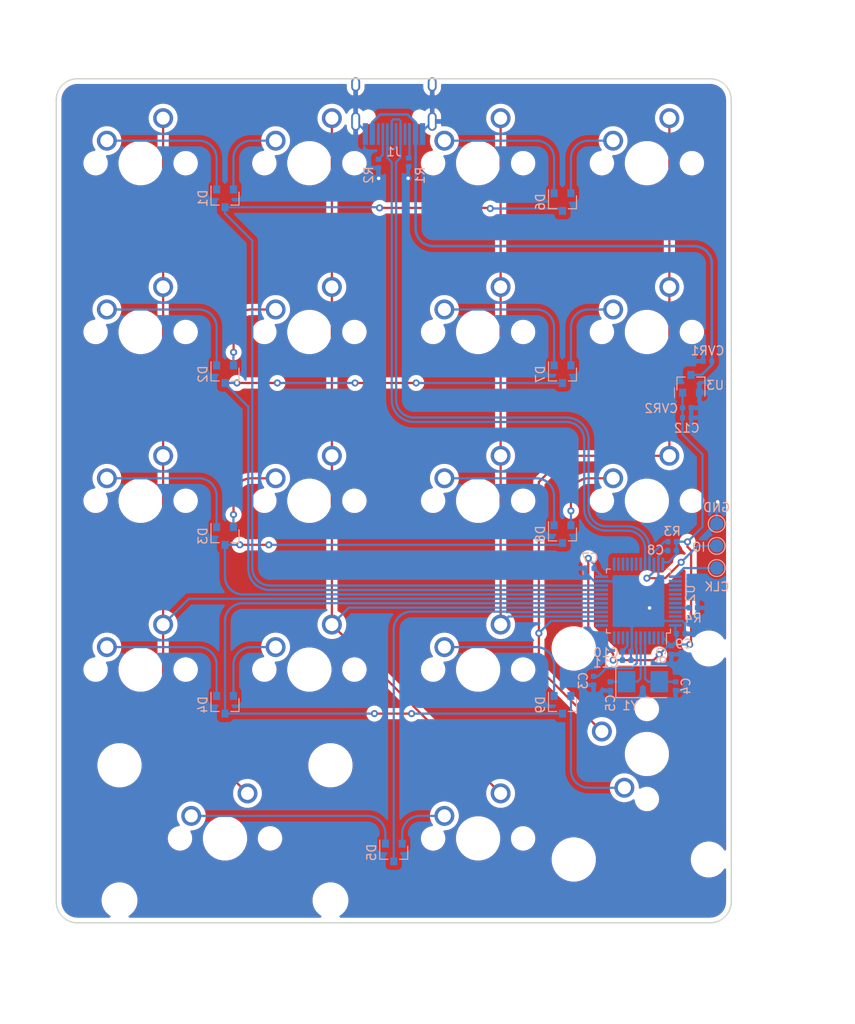
<source format=kicad_pcb>
(kicad_pcb (version 20171130) (host pcbnew "(5.1.4)-1")
  (title_block (rev 1.1))
  (layers (0 F.Cu signal) (31 B.Cu signal) (34 B.Paste user) (35 F.Paste user) (36 B.SilkS user) (37 F.SilkS user) (38 B.Mask user) (39 F.Mask user) (44 Edge.Cuts user))
  (net 0 "")
  (net 1 GND)
  (net 2 "Net-(D1-Pad2)")
  (net 3 "Net-(D2-Pad2)")
  (net 4 "Net-(D3-Pad2)")
  (net 5 "Net-(D4-Pad2)")
  (net 6 "Net-(D5-Pad2)")
  (net 7 "Net-(D6-Pad2)")
  (net 8 "Net-(D7-Pad2)")
  (net 9 "Net-(D8-Pad2)")
  (net 10 "Net-(D9-Pad2)")
  (net 11 D+)
  (net 12 D-)
  (net 13 BOOT0)
  (net 14 NRST)
  (net 15 +5V)
  (net 16 row0)
  (net 17 row1)
  (net 18 row2)
  (net 19 row3)
  (net 20 row4)
  (net 21 col0)
  (net 22 col1)
  (net 23 col2)
  (net 24 col3)
  (net 25 "Net-(D1-Pad1)")
  (net 26 "Net-(D2-Pad1)")
  (net 27 "Net-(D3-Pad1)")
  (net 28 "Net-(D4-Pad1)")
  (net 29 "Net-(D5-Pad1)")
  (net 30 "Net-(D6-Pad1)")
  (net 31 "Net-(D7-Pad1)")
  (net 32 "Net-(D8-Pad1)")
  (net 33 "Net-(D9-Pad1)")
  (net 34 "Net-(C5-Pad1)")
  (net 35 VBAT)
  (net 36 SWDCLK)
  (net 37 SWDIO)
  (net 38 "Net-(C4-Pad2)")
  (net 39 "Net-(J1-Pad10)")
  (net 40 "Net-(J1-Pad4)")
  (module MX_Only:MXOnly-2U-ReversedStabilizers-NoLED (layer F.Cu) (at 63.5 123.825)
    (fp_text reference SW7)
    (fp_text value SW_Push)
    (pad 2 thru_hole circle (at 2.54 -5.08) (size 2.25 2.25) (drill 1.47) (layers *.Cu *.Mask) (net 21 col0))
    (pad "" np_thru_hole circle (at 0 0) (size 3.9878 3.9878) (drill 3.9878) (layers *.Cu *.Mask))
    (pad 1 thru_hole circle (at -3.81 -2.54) (size 2.25 2.25) (drill 1.47) (layers *.Cu *.Mask) (net 29 "Net-(D5-Pad1)"))
    (pad "" np_thru_hole circle (at -5.08 0 48.0996) (size 1.75 1.75) (drill 1.75) (layers *.Cu *.Mask))
    (pad "" np_thru_hole circle (at 5.08 0 48.0996) (size 1.75 1.75) (drill 1.75) (layers *.Cu *.Mask))
    (pad "" np_thru_hole circle (at -11.90625 6.985) (size 3.048 3.048) (drill 3.048) (layers *.Cu *.Mask))
    (pad "" np_thru_hole circle (at 11.90625 6.985) (size 3.048 3.048) (drill 3.048) (layers *.Cu *.Mask))
    (pad "" np_thru_hole circle (at -11.90625 -8.255) (size 3.9878 3.9878) (drill 3.9878) (layers *.Cu *.Mask))
    (pad "" np_thru_hole circle (at 11.90625 -8.255) (size 3.9878 3.9878) (drill 3.9878) (layers *.Cu *.Mask))
  )
  (module Type-C:HRO-TYPE-C-31-M-12-HandSoldering (layer B.Cu) (at 82.57 36.14)
    (fp_text reference J1 (at 0 10.2) (layer B.SilkS) (effects (justify mirror)))
    (fp_text value HRO-TYPE-C-31-M-12)
    (pad 12 smd rect (at 3.225 8.195) (size 0.6 2.45) (layers B.Cu B.Paste B.Mask) (net 1 GND))
    (pad 1 smd rect (at -3.225 8.195) (size 0.6 2.45) (layers B.Cu B.Paste B.Mask) (net 1 GND))
    (pad 11 smd rect (at 2.45 8.195) (size 0.6 2.45) (layers B.Cu B.Paste B.Mask) (net 15 +5V))
    (pad 2 smd rect (at -2.45 8.195) (size 0.6 2.45) (layers B.Cu B.Paste B.Mask) (net 15 +5V))
    (pad 3 smd rect (at -1.75 8.195) (size 0.3 2.45) (layers B.Cu B.Paste B.Mask))
    (pad 10 smd rect (at 1.75 8.195) (size 0.3 2.45) (layers B.Cu B.Paste B.Mask) (net 39 "Net-(J1-Pad10)"))
    (pad 4 smd rect (at -1.25 8.195) (size 0.3 2.45) (layers B.Cu B.Paste B.Mask) (net 40 "Net-(J1-Pad4)"))
    (pad 9 smd rect (at 1.25 8.195) (size 0.3 2.45) (layers B.Cu B.Paste B.Mask))
    (pad 5 smd rect (at -0.75 8.195) (size 0.3 2.45) (layers B.Cu B.Paste B.Mask) (net 12 D-))
    (pad 8 smd rect (at 0.75 8.195) (size 0.3 2.45) (layers B.Cu B.Paste B.Mask) (net 11 D+))
    (pad 7 smd rect (at 0.25 8.195) (size 0.3 2.45) (layers B.Cu B.Paste B.Mask) (net 12 D-))
    (pad 6 smd rect (at -0.25 8.195) (size 0.3 2.45) (layers B.Cu B.Paste B.Mask) (net 11 D+))
    (pad "" np_thru_hole circle (at 2.89 6.25) (size 0.65 0.65) (drill 0.65) (layers *.Cu *.Mask))
    (pad "" np_thru_hole circle (at -2.89 6.25) (size 0.65 0.65) (drill 0.65) (layers *.Cu *.Mask))
    (pad 13 thru_hole oval (at -4.32 6.78) (size 1 2.1) (drill oval 0.6 1.7) (layers *.Cu F.Mask) (net 1 GND))
    (pad 13 thru_hole oval (at 4.32 6.78) (size 1 2.1) (drill oval 0.6 1.7) (layers *.Cu F.Mask) (net 1 GND))
    (pad 13 thru_hole oval (at -4.32 2.6) (size 1 1.6) (drill oval 0.6 1.2) (layers *.Cu F.Mask) (net 1 GND))
    (pad 13 thru_hole oval (at 4.32 2.6) (size 1 1.6) (drill oval 0.6 1.2) (layers *.Cu F.Mask) (net 1 GND))
  )
  (module Resistor_SMD:R_0402_1005Metric (layer B.Cu) (at 116.35 97.79)
    (fp_text reference R4 (at 0 1.17) (layer B.SilkS) (effects (justify mirror)))
    (fp_text value 10k)
    (pad 2 smd roundrect (at 0.485 0) (size 0.59 0.64) (layers B.Cu B.Paste B.Mask) (net 1 GND))
    (pad 1 smd roundrect (at -0.485 0) (size 0.59 0.64) (layers B.Cu B.Paste B.Mask) (net 13 BOOT0))
  )
  (module Resistor_SMD:R_0402_1005Metric (layer B.Cu) (at 113.98 90.34 180)
    (fp_text reference R3 (at 0 1.17) (layer B.SilkS) (effects (justify mirror)))
    (fp_text value 1.5k)
    (pad 2 smd roundrect (at 0.485 0 180) (size 0.59 0.64) (layers B.Cu B.Paste B.Mask) (net 11 D+))
    (pad 1 smd roundrect (at -0.485 0 180) (size 0.59 0.64) (layers B.Cu B.Paste B.Mask) (net 35 VBAT))
  )
  (module Resistor_SMD:R_0402_1005Metric (layer B.Cu) (at 80.82 47.67 90)
    (fp_text reference R2 (at -1.29 -1.11 90) (layer B.SilkS) (effects (justify mirror)))
    (fp_text value 5.1k)
    (pad 2 smd roundrect (at 0.485 0 90) (size 0.59 0.64) (layers B.Cu B.Paste B.Mask) (net 40 "Net-(J1-Pad4)"))
    (pad 1 smd roundrect (at -0.485 0 90) (size 0.59 0.64) (layers B.Cu B.Paste B.Mask) (net 1 GND))
  )
  (module Resistor_SMD:R_0402_1005Metric (layer B.Cu) (at 84.23 47.52 90)
    (fp_text reference R1 (at -1.49 1.3 90) (layer B.SilkS) (effects (justify mirror)))
    (fp_text value 5.1k)
    (pad 2 smd roundrect (at 0.485 0 90) (size 0.59 0.64) (layers B.Cu B.Paste B.Mask) (net 39 "Net-(J1-Pad10)"))
    (pad 1 smd roundrect (at -0.485 0 90) (size 0.59 0.64) (layers B.Cu B.Paste B.Mask) (net 1 GND))
  )
  (module Capacitor_SMD:C_0402_1005Metric (layer B.Cu) (at 115.635 75.23)
    (fp_text reference CVR2 (at -2.885 0.07) (layer B.SilkS) (effects (justify mirror)))
    (fp_text value 1uF)
    (pad 2 smd roundrect (at 0.485 0) (size 0.59 0.64) (layers B.Cu B.Paste B.Mask) (net 1 GND))
    (pad 1 smd roundrect (at -0.485 0) (size 0.59 0.64) (layers B.Cu B.Paste B.Mask) (net 35 VBAT))
  )
  (module Capacitor_SMD:C_0402_1005Metric (layer B.Cu) (at 117.975 69.96 180)
    (fp_text reference CVR1 (at 0 1.17) (layer B.SilkS) (effects (justify mirror)))
    (fp_text value 1uF)
    (pad 2 smd roundrect (at 0.485 0 180) (size 0.59 0.64) (layers B.Cu B.Paste B.Mask) (net 1 GND))
    (pad 1 smd roundrect (at -0.485 0 180) (size 0.59 0.64) (layers B.Cu B.Paste B.Mask) (net 15 +5V))
  )
  (module Capacitor_SMD:C_0402_1005Metric (layer B.Cu) (at 115.63 76.35)
    (fp_text reference C12 (at 0 1.17) (layer B.SilkS) (effects (justify mirror)))
    (fp_text value 10u)
    (pad 2 smd roundrect (at 0.485 0) (size 0.59 0.64) (layers B.Cu B.Paste B.Mask) (net 1 GND))
    (pad 1 smd roundrect (at -0.485 0) (size 0.59 0.64) (layers B.Cu B.Paste B.Mask) (net 35 VBAT))
  )
  (module Capacitor_SMD:C_0402_1005Metric (layer B.Cu) (at 108.85 103.71)
    (fp_text reference C11 (at -2.34 0.32) (layer B.SilkS) (effects (justify mirror)))
    (fp_text value 100n)
    (pad 2 smd roundrect (at 0.485 0) (size 0.59 0.64) (layers B.Cu B.Paste B.Mask) (net 1 GND))
    (pad 1 smd roundrect (at -0.485 0) (size 0.59 0.64) (layers B.Cu B.Paste B.Mask) (net 35 VBAT))
  )
  (module Capacitor_SMD:C_0402_1005Metric (layer B.Cu) (at 108.85 102.71)
    (fp_text reference C10 (at -2.32 0.14) (layer B.SilkS) (effects (justify mirror)))
    (fp_text value 1u)
    (pad 2 smd roundrect (at 0.485 0) (size 0.59 0.64) (layers B.Cu B.Paste B.Mask) (net 1 GND))
    (pad 1 smd roundrect (at -0.485 0) (size 0.59 0.64) (layers B.Cu B.Paste B.Mask) (net 35 VBAT))
  )
  (module Capacitor_SMD:C_0402_1005Metric (layer B.Cu) (at 114.935 100.73)
    (fp_text reference C9 (at 0.345 1.15) (layer B.SilkS) (effects (justify mirror)))
    (fp_text value 100n)
    (pad 2 smd roundrect (at 0.485 0) (size 0.59 0.64) (layers B.Cu B.Paste B.Mask) (net 1 GND))
    (pad 1 smd roundrect (at -0.485 0) (size 0.59 0.64) (layers B.Cu B.Paste B.Mask) (net 35 VBAT))
  )
  (module Capacitor_SMD:C_0402_1005Metric (layer B.Cu) (at 113.98 91.34 180)
    (fp_text reference C8 (at 1.88 0.06) (layer B.SilkS) (effects (justify mirror)))
    (fp_text value 100n)
    (pad 2 smd roundrect (at 0.485 0 180) (size 0.59 0.64) (layers B.Cu B.Paste B.Mask) (net 1 GND))
    (pad 1 smd roundrect (at -0.485 0 180) (size 0.59 0.64) (layers B.Cu B.Paste B.Mask) (net 35 VBAT))
  )
  (module Capacitor_SMD:C_0402_1005Metric (layer B.Cu) (at 104.68 93.34 180)
    (fp_text reference C7 (at 0 1.17) (layer B.SilkS) (effects (justify mirror)))
    (fp_text value 100n)
    (pad 2 smd roundrect (at 0.485 0 180) (size 0.59 0.64) (layers B.Cu B.Paste B.Mask) (net 1 GND))
    (pad 1 smd roundrect (at -0.485 0 180) (size 0.59 0.64) (layers B.Cu B.Paste B.Mask) (net 35 VBAT))
  )
  (module Capacitor_SMD:C_0402_1005Metric (layer B.Cu) (at 113.89 102.57 270)
    (fp_text reference C6 (at 0.58 1.1 90) (layer B.SilkS) (effects (justify mirror)))
    (fp_text value 100n)
    (pad 2 smd roundrect (at 0.485 0 270) (size 0.59 0.64) (layers B.Cu B.Paste B.Mask) (net 1 GND))
    (pad 1 smd roundrect (at -0.485 0 270) (size 0.59 0.64) (layers B.Cu B.Paste B.Mask) (net 35 VBAT))
  )
  (module Capacitor_SMD:C_0402_1005Metric (layer B.Cu) (at 106.99 106.64 270)
    (fp_text reference C5 (at 1.91 -0.03 90) (layer B.SilkS) (effects (justify mirror)))
    (fp_text value 20p)
    (pad 2 smd roundrect (at 0.485 0 270) (size 0.59 0.64) (layers B.Cu B.Paste B.Mask) (net 1 GND))
    (pad 1 smd roundrect (at -0.485 0 270) (size 0.59 0.64) (layers B.Cu B.Paste B.Mask) (net 34 "Net-(C5-Pad1)"))
  )
  (module Capacitor_SMD:C_0402_1005Metric (layer B.Cu) (at 114.36 106.64 90)
    (fp_text reference C4 (at 0 1.17 90) (layer B.SilkS) (effects (justify mirror)))
    (fp_text value 20p)
    (pad 2 smd roundrect (at 0.485 0 90) (size 0.59 0.64) (layers B.Cu B.Paste B.Mask) (net 38 "Net-(C4-Pad2)"))
    (pad 1 smd roundrect (at -0.485 0 90) (size 0.59 0.64) (layers B.Cu B.Paste B.Mask) (net 1 GND))
  )
  (module Capacitor_SMD:C_0402_1005Metric (layer B.Cu) (at 105.11 106.02 270)
    (fp_text reference C3 (at 0 1.17 90) (layer B.SilkS) (effects (justify mirror)))
    (fp_text value 100n)
    (pad 2 smd roundrect (at 0.485 0 270) (size 0.59 0.64) (layers B.Cu B.Paste B.Mask) (net 1 GND))
    (pad 1 smd roundrect (at -0.485 0 270) (size 0.59 0.64) (layers B.Cu B.Paste B.Mask) (net 14 NRST))
  )
  (module MX_Only:MXOnly-2U-ReversedStabilizers-NoLED (layer F.Cu) (at 111.125 114.3 90)
    (fp_text reference SW16)
    (fp_text value SW_Push)
    (pad 2 thru_hole circle (at 2.54 -5.08 90) (size 2.25 2.25) (drill 1.47) (layers *.Cu *.Mask) (net 24 col3))
    (pad "" np_thru_hole circle (at 0 0 90) (size 3.9878 3.9878) (drill 3.9878) (layers *.Cu *.Mask))
    (pad 1 thru_hole circle (at -3.81 -2.54 90) (size 2.25 2.25) (drill 1.47) (layers *.Cu *.Mask) (net 10 "Net-(D9-Pad2)"))
    (pad "" np_thru_hole circle (at -5.08 0 138.0996) (size 1.75 1.75) (drill 1.75) (layers *.Cu *.Mask))
    (pad "" np_thru_hole circle (at 5.08 0 138.0996) (size 1.75 1.75) (drill 1.75) (layers *.Cu *.Mask))
    (pad "" np_thru_hole circle (at -11.90625 6.985 90) (size 3.048 3.048) (drill 3.048) (layers *.Cu *.Mask))
    (pad "" np_thru_hole circle (at 11.90625 6.985 90) (size 3.048 3.048) (drill 3.048) (layers *.Cu *.Mask))
    (pad "" np_thru_hole circle (at -11.90625 -8.255 90) (size 3.9878 3.9878) (drill 3.9878) (layers *.Cu *.Mask))
    (pad "" np_thru_hole circle (at 11.90625 -8.255 90) (size 3.9878 3.9878) (drill 3.9878) (layers *.Cu *.Mask))
  )
  (module MX_Only:MXOnly-1U-NoLED (layer F.Cu) (at 92.075 123.825)
    (fp_text reference SW12)
    (fp_text value SW_Push)
    (pad 2 thru_hole circle (at 2.54 -5.08) (size 2.25 2.25) (drill 1.47) (layers *.Cu *.Mask) (net 22 col1))
    (pad "" np_thru_hole circle (at 0 0) (size 3.9878 3.9878) (drill 3.9878) (layers *.Cu *.Mask))
    (pad 1 thru_hole circle (at -3.81 -2.54) (size 2.25 2.25) (drill 1.47) (layers *.Cu *.Mask) (net 6 "Net-(D5-Pad2)"))
    (pad "" np_thru_hole circle (at -5.08 0 48.0996) (size 1.75 1.75) (drill 1.75) (layers *.Cu *.Mask))
    (pad "" np_thru_hole circle (at 5.08 0 48.0996) (size 1.75 1.75) (drill 1.75) (layers *.Cu *.Mask))
  )
  (module MX_Only:MXOnly-1U-NoLED (layer F.Cu) (at 53.975 104.775)
    (fp_text reference SW5)
    (fp_text value SW_Push)
    (pad 2 thru_hole circle (at 2.54 -5.08) (size 2.25 2.25) (drill 1.47) (layers *.Cu *.Mask) (net 21 col0))
    (pad "" np_thru_hole circle (at 0 0) (size 3.9878 3.9878) (drill 3.9878) (layers *.Cu *.Mask))
    (pad 1 thru_hole circle (at -3.81 -2.54) (size 2.25 2.25) (drill 1.47) (layers *.Cu *.Mask) (net 28 "Net-(D4-Pad1)"))
    (pad "" np_thru_hole circle (at -5.08 0 48.0996) (size 1.75 1.75) (drill 1.75) (layers *.Cu *.Mask))
    (pad "" np_thru_hole circle (at 5.08 0 48.0996) (size 1.75 1.75) (drill 1.75) (layers *.Cu *.Mask))
  )
  (module MX_Only:MXOnly-1U-NoLED (layer F.Cu) (at 53.975 85.725)
    (fp_text reference SW3)
    (fp_text value SW_Push)
    (pad 2 thru_hole circle (at 2.54 -5.08) (size 2.25 2.25) (drill 1.47) (layers *.Cu *.Mask) (net 21 col0))
    (pad "" np_thru_hole circle (at 0 0) (size 3.9878 3.9878) (drill 3.9878) (layers *.Cu *.Mask))
    (pad 1 thru_hole circle (at -3.81 -2.54) (size 2.25 2.25) (drill 1.47) (layers *.Cu *.Mask) (net 27 "Net-(D3-Pad1)"))
    (pad "" np_thru_hole circle (at -5.08 0 48.0996) (size 1.75 1.75) (drill 1.75) (layers *.Cu *.Mask))
    (pad "" np_thru_hole circle (at 5.08 0 48.0996) (size 1.75 1.75) (drill 1.75) (layers *.Cu *.Mask))
  )
  (module MX_Only:MXOnly-1U-NoLED (layer F.Cu) (at 53.975 66.675)
    (fp_text reference SW2)
    (fp_text value SW_Push)
    (pad 2 thru_hole circle (at 2.54 -5.08) (size 2.25 2.25) (drill 1.47) (layers *.Cu *.Mask) (net 21 col0))
    (pad "" np_thru_hole circle (at 0 0) (size 3.9878 3.9878) (drill 3.9878) (layers *.Cu *.Mask))
    (pad 1 thru_hole circle (at -3.81 -2.54) (size 2.25 2.25) (drill 1.47) (layers *.Cu *.Mask) (net 26 "Net-(D2-Pad1)"))
    (pad "" np_thru_hole circle (at -5.08 0 48.0996) (size 1.75 1.75) (drill 1.75) (layers *.Cu *.Mask))
    (pad "" np_thru_hole circle (at 5.08 0 48.0996) (size 1.75 1.75) (drill 1.75) (layers *.Cu *.Mask))
  )
  (module TestPoint:TestPoint_Pad_D1.5mm (layer B.Cu) (at 119.00375 88.31625)
    (fp_text reference GND (at -0.01375 -1.84625) (layer B.SilkS) (effects (justify mirror)))
    (fp_text value Conn_01x01_Female)
    (pad 1 smd circle (at 0 0) (size 1.5 1.5) (layers B.Cu B.Mask) (net 1 GND))
  )
  (module TestPoint:TestPoint_Pad_D1.5mm (layer B.Cu) (at 119.00375 90.81625)
    (fp_text reference IO (at -2.02375 0.13375) (layer B.SilkS) (effects (justify mirror)))
    (fp_text value Conn_01x01_Female)
    (pad 1 smd circle (at 0 0) (size 1.5 1.5) (layers B.Cu B.Mask) (net 37 SWDIO))
  )
  (module TestPoint:TestPoint_Pad_D1.5mm (layer B.Cu) (at 119.00375 93.31625)
    (fp_text reference CLK (at 0.01625 2.10375) (layer B.SilkS) (effects (justify mirror)))
    (fp_text value Conn_01x01_Female)
    (pad 1 smd circle (at 0 0) (size 1.5 1.5) (layers B.Cu B.Mask) (net 36 SWDCLK))
  )
  (module Crystal:Crystal_SMD_5032-2Pin_5.0x3.2mm (layer B.Cu) (at 110.67 106.14)
    (fp_text reference Y1 (at -1.43 2.71) (layer B.SilkS) (effects (justify mirror)))
    (fp_text value 8MHz)
    (pad 1 smd rect (at -1.85 0) (size 2 2.4) (layers B.Cu B.Paste B.Mask) (net 34 "Net-(C5-Pad1)"))
    (pad 2 smd rect (at 1.85 0) (size 2 2.4) (layers B.Cu B.Paste B.Mask) (net 38 "Net-(C4-Pad2)"))
  )
  (module Package_TO_SOT_SMD:SOT-23 (layer B.Cu) (at 101.6 108.74375 270)
    (fp_text reference D9 (at 0 2.5 90) (layer B.SilkS) (effects (justify mirror)))
    (fp_text value BAV70)
    (pad 3 smd rect (at 1 0 270) (size 0.9 0.8) (layers B.Cu B.Paste B.Mask) (net 19 row3))
    (pad 2 smd rect (at -1 -0.95 270) (size 0.9 0.8) (layers B.Cu B.Paste B.Mask) (net 10 "Net-(D9-Pad2)"))
    (pad 1 smd rect (at -1 0.95 270) (size 0.9 0.8) (layers B.Cu B.Paste B.Mask) (net 33 "Net-(D9-Pad1)"))
  )
  (module Package_TO_SOT_SMD:SOT-23 (layer B.Cu) (at 101.6 89.4875 270)
    (fp_text reference D8 (at 0 2.5 90) (layer B.SilkS) (effects (justify mirror)))
    (fp_text value BAV70)
    (pad 3 smd rect (at 1 0 270) (size 0.9 0.8) (layers B.Cu B.Paste B.Mask) (net 18 row2))
    (pad 2 smd rect (at -1 -0.95 270) (size 0.9 0.8) (layers B.Cu B.Paste B.Mask) (net 9 "Net-(D8-Pad2)"))
    (pad 1 smd rect (at -1 0.95 270) (size 0.9 0.8) (layers B.Cu B.Paste B.Mask) (net 32 "Net-(D8-Pad1)"))
  )
  (module Package_TO_SOT_SMD:SOT-23 (layer B.Cu) (at 101.6 71.4375 270)
    (fp_text reference D7 (at 0 2.5 90) (layer B.SilkS) (effects (justify mirror)))
    (fp_text value BAV70)
    (pad 3 smd rect (at 1 0 270) (size 0.9 0.8) (layers B.Cu B.Paste B.Mask) (net 17 row1))
    (pad 2 smd rect (at -1 -0.95 270) (size 0.9 0.8) (layers B.Cu B.Paste B.Mask) (net 8 "Net-(D7-Pad2)"))
    (pad 1 smd rect (at -1 0.95 270) (size 0.9 0.8) (layers B.Cu B.Paste B.Mask) (net 31 "Net-(D7-Pad1)"))
  )
  (module Package_TO_SOT_SMD:SOT-23 (layer B.Cu) (at 101.6 52.00875 270)
    (fp_text reference D6 (at 0 2.5 90) (layer B.SilkS) (effects (justify mirror)))
    (fp_text value BAV70)
    (pad 3 smd rect (at 1 0 270) (size 0.9 0.8) (layers B.Cu B.Paste B.Mask) (net 16 row0))
    (pad 2 smd rect (at -1 -0.95 270) (size 0.9 0.8) (layers B.Cu B.Paste B.Mask) (net 7 "Net-(D6-Pad2)"))
    (pad 1 smd rect (at -1 0.95 270) (size 0.9 0.8) (layers B.Cu B.Paste B.Mask) (net 30 "Net-(D6-Pad1)"))
  )
  (module Package_TO_SOT_SMD:SOT-23 (layer B.Cu) (at 82.55 125.4125 270)
    (fp_text reference D5 (at 0 2.5 90) (layer B.SilkS) (effects (justify mirror)))
    (fp_text value BAV70)
    (pad 3 smd rect (at 1 0 270) (size 0.9 0.8) (layers B.Cu B.Paste B.Mask) (net 20 row4))
    (pad 2 smd rect (at -1 -0.95 270) (size 0.9 0.8) (layers B.Cu B.Paste B.Mask) (net 6 "Net-(D5-Pad2)"))
    (pad 1 smd rect (at -1 0.95 270) (size 0.9 0.8) (layers B.Cu B.Paste B.Mask) (net 29 "Net-(D5-Pad1)"))
  )
  (module Package_TO_SOT_SMD:SOT-23 (layer B.Cu) (at 63.5 108.74375 270)
    (fp_text reference D4 (at 0 2.5 90) (layer B.SilkS) (effects (justify mirror)))
    (fp_text value BAV70)
    (pad 3 smd rect (at 1 0 270) (size 0.9 0.8) (layers B.Cu B.Paste B.Mask) (net 19 row3))
    (pad 2 smd rect (at -1 -0.95 270) (size 0.9 0.8) (layers B.Cu B.Paste B.Mask) (net 5 "Net-(D4-Pad2)"))
    (pad 1 smd rect (at -1 0.95 270) (size 0.9 0.8) (layers B.Cu B.Paste B.Mask) (net 28 "Net-(D4-Pad1)"))
  )
  (module Package_TO_SOT_SMD:SOT-23 (layer B.Cu) (at 63.5 89.69375 270)
    (fp_text reference D3 (at 0 2.5 90) (layer B.SilkS) (effects (justify mirror)))
    (fp_text value BAV70)
    (pad 3 smd rect (at 1 0 270) (size 0.9 0.8) (layers B.Cu B.Paste B.Mask) (net 18 row2))
    (pad 2 smd rect (at -1 -0.95 270) (size 0.9 0.8) (layers B.Cu B.Paste B.Mask) (net 4 "Net-(D3-Pad2)"))
    (pad 1 smd rect (at -1 0.95 270) (size 0.9 0.8) (layers B.Cu B.Paste B.Mask) (net 27 "Net-(D3-Pad1)"))
  )
  (module Package_TO_SOT_SMD:SOT-23 (layer B.Cu) (at 63.5 71.4375 270)
    (fp_text reference D2 (at 0 2.5 90) (layer B.SilkS) (effects (justify mirror)))
    (fp_text value BAV70)
    (pad 3 smd rect (at 1 0 270) (size 0.9 0.8) (layers B.Cu B.Paste B.Mask) (net 17 row1))
    (pad 2 smd rect (at -1 -0.95 270) (size 0.9 0.8) (layers B.Cu B.Paste B.Mask) (net 3 "Net-(D2-Pad2)"))
    (pad 1 smd rect (at -1 0.95 270) (size 0.9 0.8) (layers B.Cu B.Paste B.Mask) (net 26 "Net-(D2-Pad1)"))
  )
  (module Package_TO_SOT_SMD:SOT-23 (layer B.Cu) (at 63.5 51.59375 270)
    (fp_text reference D1 (at 0 2.5 90) (layer B.SilkS) (effects (justify mirror)))
    (fp_text value BAV70)
    (pad 3 smd rect (at 1 0 270) (size 0.9 0.8) (layers B.Cu B.Paste B.Mask) (net 16 row0))
    (pad 2 smd rect (at -1 -0.95 270) (size 0.9 0.8) (layers B.Cu B.Paste B.Mask) (net 2 "Net-(D1-Pad2)"))
    (pad 1 smd rect (at -1 0.95 270) (size 0.9 0.8) (layers B.Cu B.Paste B.Mask) (net 25 "Net-(D1-Pad1)"))
  )
  (module MX_Only:MXOnly-1U-NoLED (layer F.Cu) (at 73.025 104.775)
    (fp_text reference SW78)
    (fp_text value SW_Push)
    (pad 2 thru_hole circle (at 2.54 -5.08) (size 2.25 2.25) (drill 1.47) (layers *.Cu *.Mask) (net 22 col1))
    (pad "" np_thru_hole circle (at 0 0) (size 3.9878 3.9878) (drill 3.9878) (layers *.Cu *.Mask))
    (pad 1 thru_hole circle (at -3.81 -2.54) (size 2.25 2.25) (drill 1.47) (layers *.Cu *.Mask) (net 5 "Net-(D4-Pad2)"))
    (pad "" np_thru_hole circle (at -5.08 0 48.0996) (size 1.75 1.75) (drill 1.75) (layers *.Cu *.Mask))
    (pad "" np_thru_hole circle (at 5.08 0 48.0996) (size 1.75 1.75) (drill 1.75) (layers *.Cu *.Mask))
  )
  (module Package_TO_SOT_SMD:SOT-23 (layer B.Cu) (at 116.1 72.52 90)
    (fp_text reference U3 (at -0.16 2.74) (layer B.SilkS) (effects (justify mirror)))
    (fp_text value XC6206P332MR)
    (pad 1 smd rect (at -1 0.95 90) (size 0.9 0.8) (layers B.Cu B.Paste B.Mask) (net 1 GND))
    (pad 2 smd rect (at -1 -0.95 90) (size 0.9 0.8) (layers B.Cu B.Paste B.Mask) (net 35 VBAT))
    (pad 3 smd rect (at 1 0 90) (size 0.9 0.8) (layers B.Cu B.Paste B.Mask) (net 15 +5V))
  )
  (module Package_QFP:LQFP-48_7x7mm_P0.5mm (layer B.Cu) (at 110.173821 97.036588 90)
    (fp_text reference U2 (at 0.866588 5.856179 90) (layer B.SilkS) (effects (justify mirror)))
    (fp_text value STM32F103CBTx)
    (pad 48 smd roundrect (at -2.75 4.1625 90) (size 0.3 1.475) (layers B.Cu B.Paste B.Mask) (net 35 VBAT))
    (pad 47 smd roundrect (at -2.25 4.1625 90) (size 0.3 1.475) (layers B.Cu B.Paste B.Mask) (net 1 GND))
    (pad 46 smd roundrect (at -1.75 4.1625 90) (size 0.3 1.475) (layers B.Cu B.Paste B.Mask))
    (pad 45 smd roundrect (at -1.25 4.1625 90) (size 0.3 1.475) (layers B.Cu B.Paste B.Mask))
    (pad 44 smd roundrect (at -0.75 4.1625 90) (size 0.3 1.475) (layers B.Cu B.Paste B.Mask) (net 13 BOOT0))
    (pad 43 smd roundrect (at -0.25 4.1625 90) (size 0.3 1.475) (layers B.Cu B.Paste B.Mask))
    (pad 42 smd roundrect (at 0.25 4.1625 90) (size 0.3 1.475) (layers B.Cu B.Paste B.Mask))
    (pad 41 smd roundrect (at 0.75 4.1625 90) (size 0.3 1.475) (layers B.Cu B.Paste B.Mask))
    (pad 40 smd roundrect (at 1.25 4.1625 90) (size 0.3 1.475) (layers B.Cu B.Paste B.Mask))
    (pad 39 smd roundrect (at 1.75 4.1625 90) (size 0.3 1.475) (layers B.Cu B.Paste B.Mask))
    (pad 38 smd roundrect (at 2.25 4.1625 90) (size 0.3 1.475) (layers B.Cu B.Paste B.Mask))
    (pad 37 smd roundrect (at 2.75 4.1625 90) (size 0.3 1.475) (layers B.Cu B.Paste B.Mask) (net 36 SWDCLK))
    (pad 36 smd roundrect (at 4.1625 2.75 90) (size 1.475 0.3) (layers B.Cu B.Paste B.Mask) (net 35 VBAT))
    (pad 35 smd roundrect (at 4.1625 2.25 90) (size 1.475 0.3) (layers B.Cu B.Paste B.Mask) (net 1 GND))
    (pad 34 smd roundrect (at 4.1625 1.75 90) (size 1.475 0.3) (layers B.Cu B.Paste B.Mask) (net 37 SWDIO))
    (pad 33 smd roundrect (at 4.1625 1.25 90) (size 1.475 0.3) (layers B.Cu B.Paste B.Mask) (net 11 D+))
    (pad 32 smd roundrect (at 4.1625 0.75 90) (size 1.475 0.3) (layers B.Cu B.Paste B.Mask) (net 12 D-))
    (pad 31 smd roundrect (at 4.1625 0.25 90) (size 1.475 0.3) (layers B.Cu B.Paste B.Mask))
    (pad 30 smd roundrect (at 4.1625 -0.25 90) (size 1.475 0.3) (layers B.Cu B.Paste B.Mask))
    (pad 29 smd roundrect (at 4.1625 -0.75 90) (size 1.475 0.3) (layers B.Cu B.Paste B.Mask))
    (pad 28 smd roundrect (at 4.1625 -1.25 90) (size 1.475 0.3) (layers B.Cu B.Paste B.Mask))
    (pad 27 smd roundrect (at 4.1625 -1.75 90) (size 1.475 0.3) (layers B.Cu B.Paste B.Mask))
    (pad 26 smd roundrect (at 4.1625 -2.25 90) (size 1.475 0.3) (layers B.Cu B.Paste B.Mask))
    (pad 25 smd roundrect (at 4.1625 -2.75 90) (size 1.475 0.3) (layers B.Cu B.Paste B.Mask))
    (pad 24 smd roundrect (at 2.75 -4.1625 90) (size 0.3 1.475) (layers B.Cu B.Paste B.Mask) (net 35 VBAT))
    (pad 23 smd roundrect (at 2.25 -4.1625 90) (size 0.3 1.475) (layers B.Cu B.Paste B.Mask) (net 1 GND))
    (pad 22 smd roundrect (at 1.75 -4.1625 90) (size 0.3 1.475) (layers B.Cu B.Paste B.Mask) (net 16 row0))
    (pad 21 smd roundrect (at 1.25 -4.1625 90) (size 0.3 1.475) (layers B.Cu B.Paste B.Mask) (net 17 row1))
    (pad 20 smd roundrect (at 0.75 -4.1625 90) (size 0.3 1.475) (layers B.Cu B.Paste B.Mask) (net 18 row2))
    (pad 19 smd roundrect (at 0.25 -4.1625 90) (size 0.3 1.475) (layers B.Cu B.Paste B.Mask) (net 21 col0))
    (pad 18 smd roundrect (at -0.25 -4.1625 90) (size 0.3 1.475) (layers B.Cu B.Paste B.Mask) (net 19 row3))
    (pad 17 smd roundrect (at -0.75 -4.1625 90) (size 0.3 1.475) (layers B.Cu B.Paste B.Mask) (net 22 col1))
    (pad 16 smd roundrect (at -1.25 -4.1625 90) (size 0.3 1.475) (layers B.Cu B.Paste B.Mask) (net 20 row4))
    (pad 15 smd roundrect (at -1.75 -4.1625 90) (size 0.3 1.475) (layers B.Cu B.Paste B.Mask) (net 23 col2))
    (pad 14 smd roundrect (at -2.25 -4.1625 90) (size 0.3 1.475) (layers B.Cu B.Paste B.Mask) (net 24 col3))
    (pad 13 smd roundrect (at -2.75 -4.1625 90) (size 0.3 1.475) (layers B.Cu B.Paste B.Mask))
    (pad 12 smd roundrect (at -4.1625 -2.75 90) (size 1.475 0.3) (layers B.Cu B.Paste B.Mask))
    (pad 11 smd roundrect (at -4.1625 -2.25 90) (size 1.475 0.3) (layers B.Cu B.Paste B.Mask))
    (pad 10 smd roundrect (at -4.1625 -1.75 90) (size 1.475 0.3) (layers B.Cu B.Paste B.Mask))
    (pad 9 smd roundrect (at -4.1625 -1.25 90) (size 1.475 0.3) (layers B.Cu B.Paste B.Mask) (net 35 VBAT))
    (pad 8 smd roundrect (at -4.1625 -0.75 90) (size 1.475 0.3) (layers B.Cu B.Paste B.Mask) (net 1 GND))
    (pad 7 smd roundrect (at -4.1625 -0.25 90) (size 1.475 0.3) (layers B.Cu B.Paste B.Mask) (net 14 NRST))
    (pad 6 smd roundrect (at -4.1625 0.25 90) (size 1.475 0.3) (layers B.Cu B.Paste B.Mask) (net 34 "Net-(C5-Pad1)"))
    (pad 5 smd roundrect (at -4.1625 0.75 90) (size 1.475 0.3) (layers B.Cu B.Paste B.Mask) (net 38 "Net-(C4-Pad2)"))
    (pad 4 smd roundrect (at -4.1625 1.25 90) (size 1.475 0.3) (layers B.Cu B.Paste B.Mask))
    (pad 3 smd roundrect (at -4.1625 1.75 90) (size 1.475 0.3) (layers B.Cu B.Paste B.Mask))
    (pad 2 smd roundrect (at -4.1625 2.25 90) (size 1.475 0.3) (layers B.Cu B.Paste B.Mask))
    (pad 1 smd roundrect (at -4.1625 2.75 90) (size 1.475 0.3) (layers B.Cu B.Paste B.Mask) (net 35 VBAT))
  )
  (module MX_Only:MXOnly-1U-NoLED (layer F.Cu) (at 111.125 85.725)
    (fp_text reference SW20)
    (fp_text value SW_Push)
    (pad 2 thru_hole circle (at 2.54 -5.08) (size 2.25 2.25) (drill 1.47) (layers *.Cu *.Mask) (net 24 col3))
    (pad "" np_thru_hole circle (at 0 0) (size 3.9878 3.9878) (drill 3.9878) (layers *.Cu *.Mask))
    (pad 1 thru_hole circle (at -3.81 -2.54) (size 2.25 2.25) (drill 1.47) (layers *.Cu *.Mask) (net 9 "Net-(D8-Pad2)"))
    (pad "" np_thru_hole circle (at -5.08 0 48.0996) (size 1.75 1.75) (drill 1.75) (layers *.Cu *.Mask))
    (pad "" np_thru_hole circle (at 5.08 0 48.0996) (size 1.75 1.75) (drill 1.75) (layers *.Cu *.Mask))
  )
  (module MX_Only:MXOnly-1U-NoLED (layer F.Cu) (at 111.125 66.675)
    (fp_text reference SW19)
    (fp_text value SW_Push)
    (pad 2 thru_hole circle (at 2.54 -5.08) (size 2.25 2.25) (drill 1.47) (layers *.Cu *.Mask) (net 24 col3))
    (pad "" np_thru_hole circle (at 0 0) (size 3.9878 3.9878) (drill 3.9878) (layers *.Cu *.Mask))
    (pad 1 thru_hole circle (at -3.81 -2.54) (size 2.25 2.25) (drill 1.47) (layers *.Cu *.Mask) (net 8 "Net-(D7-Pad2)"))
    (pad "" np_thru_hole circle (at -5.08 0 48.0996) (size 1.75 1.75) (drill 1.75) (layers *.Cu *.Mask))
    (pad "" np_thru_hole circle (at 5.08 0 48.0996) (size 1.75 1.75) (drill 1.75) (layers *.Cu *.Mask))
  )
  (module MX_Only:MXOnly-1U-NoLED (layer F.Cu) (at 111.125 47.625)
    (fp_text reference SW18)
    (fp_text value SW_Push)
    (pad 2 thru_hole circle (at 2.54 -5.08) (size 2.25 2.25) (drill 1.47) (layers *.Cu *.Mask) (net 24 col3))
    (pad "" np_thru_hole circle (at 0 0) (size 3.9878 3.9878) (drill 3.9878) (layers *.Cu *.Mask))
    (pad 1 thru_hole circle (at -3.81 -2.54) (size 2.25 2.25) (drill 1.47) (layers *.Cu *.Mask) (net 7 "Net-(D6-Pad2)"))
    (pad "" np_thru_hole circle (at -5.08 0 48.0996) (size 1.75 1.75) (drill 1.75) (layers *.Cu *.Mask))
    (pad "" np_thru_hole circle (at 5.08 0 48.0996) (size 1.75 1.75) (drill 1.75) (layers *.Cu *.Mask))
  )
  (module MX_Only:MXOnly-1U-NoLED (layer F.Cu) (at 92.075 85.725)
    (fp_text reference SW15)
    (fp_text value SW_Push)
    (pad 2 thru_hole circle (at 2.54 -5.08) (size 2.25 2.25) (drill 1.47) (layers *.Cu *.Mask) (net 23 col2))
    (pad "" np_thru_hole circle (at 0 0) (size 3.9878 3.9878) (drill 3.9878) (layers *.Cu *.Mask))
    (pad 1 thru_hole circle (at -3.81 -2.54) (size 2.25 2.25) (drill 1.47) (layers *.Cu *.Mask) (net 32 "Net-(D8-Pad1)"))
    (pad "" np_thru_hole circle (at -5.08 0 48.0996) (size 1.75 1.75) (drill 1.75) (layers *.Cu *.Mask))
    (pad "" np_thru_hole circle (at 5.08 0 48.0996) (size 1.75 1.75) (drill 1.75) (layers *.Cu *.Mask))
  )
  (module MX_Only:MXOnly-1U-NoLED (layer F.Cu) (at 92.075 66.675)
    (fp_text reference SW14)
    (fp_text value SW_Push)
    (pad "" np_thru_hole circle (at 5.08 0 48.0996) (size 1.75 1.75) (drill 1.75) (layers *.Cu *.Mask))
    (pad "" np_thru_hole circle (at -5.08 0 48.0996) (size 1.75 1.75) (drill 1.75) (layers *.Cu *.Mask))
    (pad 1 thru_hole circle (at -3.81 -2.54) (size 2.25 2.25) (drill 1.47) (layers *.Cu *.Mask) (net 31 "Net-(D7-Pad1)"))
    (pad "" np_thru_hole circle (at 0 0) (size 3.9878 3.9878) (drill 3.9878) (layers *.Cu *.Mask))
    (pad 2 thru_hole circle (at 2.54 -5.08) (size 2.25 2.25) (drill 1.47) (layers *.Cu *.Mask) (net 23 col2))
  )
  (module MX_Only:MXOnly-1U-NoLED (layer F.Cu) (at 92.075 47.625)
    (fp_text reference SW13)
    (fp_text value SW_Push)
    (pad 2 thru_hole circle (at 2.54 -5.08) (size 2.25 2.25) (drill 1.47) (layers *.Cu *.Mask) (net 23 col2))
    (pad "" np_thru_hole circle (at 0 0) (size 3.9878 3.9878) (drill 3.9878) (layers *.Cu *.Mask))
    (pad 1 thru_hole circle (at -3.81 -2.54) (size 2.25 2.25) (drill 1.47) (layers *.Cu *.Mask) (net 30 "Net-(D6-Pad1)"))
    (pad "" np_thru_hole circle (at -5.08 0 48.0996) (size 1.75 1.75) (drill 1.75) (layers *.Cu *.Mask))
    (pad "" np_thru_hole circle (at 5.08 0 48.0996) (size 1.75 1.75) (drill 1.75) (layers *.Cu *.Mask))
  )
  (module MX_Only:MXOnly-1U-NoLED (layer F.Cu) (at 92.075 104.775)
    (fp_text reference SW11)
    (fp_text value SW_Push)
    (pad 2 thru_hole circle (at 2.54 -5.08) (size 2.25 2.25) (drill 1.47) (layers *.Cu *.Mask) (net 23 col2))
    (pad "" np_thru_hole circle (at 0 0) (size 3.9878 3.9878) (drill 3.9878) (layers *.Cu *.Mask))
    (pad 1 thru_hole circle (at -3.81 -2.54) (size 2.25 2.25) (drill 1.47) (layers *.Cu *.Mask) (net 33 "Net-(D9-Pad1)"))
    (pad "" np_thru_hole circle (at -5.08 0 48.0996) (size 1.75 1.75) (drill 1.75) (layers *.Cu *.Mask))
    (pad "" np_thru_hole circle (at 5.08 0 48.0996) (size 1.75 1.75) (drill 1.75) (layers *.Cu *.Mask))
  )
  (module MX_Only:MXOnly-1U-NoLED (layer F.Cu) (at 73.025 85.725)
    (fp_text reference SW10)
    (fp_text value SW_Push)
    (pad 2 thru_hole circle (at 2.54 -5.08) (size 2.25 2.25) (drill 1.47) (layers *.Cu *.Mask) (net 22 col1))
    (pad "" np_thru_hole circle (at 0 0) (size 3.9878 3.9878) (drill 3.9878) (layers *.Cu *.Mask))
    (pad 1 thru_hole circle (at -3.81 -2.54) (size 2.25 2.25) (drill 1.47) (layers *.Cu *.Mask) (net 4 "Net-(D3-Pad2)"))
    (pad "" np_thru_hole circle (at -5.08 0 48.0996) (size 1.75 1.75) (drill 1.75) (layers *.Cu *.Mask))
    (pad "" np_thru_hole circle (at 5.08 0 48.0996) (size 1.75 1.75) (drill 1.75) (layers *.Cu *.Mask))
  )
  (module MX_Only:MXOnly-1U-NoLED (layer F.Cu) (at 73.025 66.675)
    (fp_text reference SW9)
    (fp_text value SW_Push)
    (pad 2 thru_hole circle (at 2.54 -5.08) (size 2.25 2.25) (drill 1.47) (layers *.Cu *.Mask) (net 22 col1))
    (pad "" np_thru_hole circle (at 0 0) (size 3.9878 3.9878) (drill 3.9878) (layers *.Cu *.Mask))
    (pad 1 thru_hole circle (at -3.81 -2.54) (size 2.25 2.25) (drill 1.47) (layers *.Cu *.Mask) (net 3 "Net-(D2-Pad2)"))
    (pad "" np_thru_hole circle (at -5.08 0 48.0996) (size 1.75 1.75) (drill 1.75) (layers *.Cu *.Mask))
    (pad "" np_thru_hole circle (at 5.08 0 48.0996) (size 1.75 1.75) (drill 1.75) (layers *.Cu *.Mask))
  )
  (module MX_Only:MXOnly-1U-NoLED (layer F.Cu) (at 73.025 47.625)
    (fp_text reference SW8)
    (fp_text value SW_Push)
    (pad 2 thru_hole circle (at 2.54 -5.08) (size 2.25 2.25) (drill 1.47) (layers *.Cu *.Mask) (net 22 col1))
    (pad "" np_thru_hole circle (at 0 0) (size 3.9878 3.9878) (drill 3.9878) (layers *.Cu *.Mask))
    (pad 1 thru_hole circle (at -3.81 -2.54) (size 2.25 2.25) (drill 1.47) (layers *.Cu *.Mask) (net 2 "Net-(D1-Pad2)"))
    (pad "" np_thru_hole circle (at -5.08 0 48.0996) (size 1.75 1.75) (drill 1.75) (layers *.Cu *.Mask))
    (pad "" np_thru_hole circle (at 5.08 0 48.0996) (size 1.75 1.75) (drill 1.75) (layers *.Cu *.Mask))
  )
  (module MX_Only:MXOnly-1U-NoLED (layer F.Cu) (at 53.975 47.625)
    (fp_text reference SW1)
    (fp_text value SW_Push)
    (pad 2 thru_hole circle (at 2.54 -5.08) (size 2.25 2.25) (drill 1.47) (layers *.Cu *.Mask) (net 21 col0))
    (pad "" np_thru_hole circle (at 0 0) (size 3.9878 3.9878) (drill 3.9878) (layers *.Cu *.Mask))
    (pad 1 thru_hole circle (at -3.81 -2.54) (size 2.25 2.25) (drill 1.47) (layers *.Cu *.Mask) (net 25 "Net-(D1-Pad1)"))
    (pad "" np_thru_hole circle (at -5.08 0 48.0996) (size 1.75 1.75) (drill 1.75) (layers *.Cu *.Mask))
    (pad "" np_thru_hole circle (at 5.08 0 48.0996) (size 1.75 1.75) (drill 1.75) (layers *.Cu *.Mask))
  )
  (gr_arc (start 118.26875 130.96875) (end 118.26875 133.35) (angle -90) (layer Edge.Cuts) (width 0.15))
  (gr_arc (start 46.83125 130.96875) (end 44.45 130.96875) (angle -90) (layer Edge.Cuts) (width 0.15))
  (gr_arc (start 46.83125 40.48125) (end 46.83125 38.1) (angle -90) (layer Edge.Cuts) (width 0.15))
  (gr_arc (start 118.26875 40.48125) (end 120.65 40.48125) (angle -90) (layer Edge.Cuts) (width 0.15))
  (gr_line (start 120.65 130.96875) (end 120.65 40.48125) (layer Edge.Cuts) (width 0.15))
  (gr_line (start 46.83125 133.35) (end 118.26875 133.35) (layer Edge.Cuts) (width 0.15))
  (gr_line (start 44.45 40.48125) (end 44.45 130.96875) (layer Edge.Cuts) (width 0.15))
  (gr_line (start 118.26875 38.1) (end 46.83125 38.1) (layer Edge.Cuts) (width 0.15))
  (segment (start 109.423821 102.621179) (end 109.335 102.71) (width 0.25) (layer B.Cu) (net 1))
  (segment (start 109.423821 101.199088) (end 109.423821 102.621179) (width 0.25) (layer B.Cu) (net 1))
  (segment (start 109.335 102.71) (end 109.335 103.71) (width 0.25) (layer B.Cu) (net 1))
  (segment (start 105.173821 94.786588) (end 106.011321 94.786588) (width 0.25) (layer B.Cu) (net 1))
  (segment (start 104.195 93.807767) (end 105.173821 94.786588) (width 0.25) (layer B.Cu) (net 1))
  (segment (start 104.195 93.34) (end 104.195 93.807767) (width 0.25) (layer B.Cu) (net 1))
  (segment (start 113.1 91.34) (end 113.495 91.34) (width 0.25) (layer B.Cu) (net 1))
  (segment (start 112.423821 92.016179) (end 113.1 91.34) (width 0.25) (layer B.Cu) (net 1))
  (segment (start 112.423821 92.874088) (end 112.423821 92.016179) (width 0.25) (layer B.Cu) (net 1))
  (via (at 111.43 97.82) (size 0.8) (drill 0.4) (layers F.Cu B.Cu) (net 1))
  (segment (start 112.423821 92.874088) (end 112.423821 96.826179) (width 0.25) (layer B.Cu) (net 1))
  (segment (start 112.423821 96.826179) (end 111.43 97.82) (width 0.25) (layer B.Cu) (net 1))
  (segment (start 112.896588 99.286588) (end 114.336321 99.286588) (width 0.25) (layer B.Cu) (net 1))
  (segment (start 111.43 97.82) (end 112.896588 99.286588) (width 0.25) (layer B.Cu) (net 1))
  (segment (start 109.423821 99.826179) (end 111.43 97.82) (width 0.25) (layer B.Cu) (net 1))
  (segment (start 109.423821 101.199088) (end 109.423821 99.826179) (width 0.25) (layer B.Cu) (net 1))
  (segment (start 111.030001 97.420001) (end 111.43 97.82) (width 0.25) (layer B.Cu) (net 1))
  (segment (start 108.421578 94.811578) (end 111.030001 97.420001) (width 0.25) (layer B.Cu) (net 1))
  (segment (start 106.461578 94.811578) (end 108.421578 94.811578) (width 0.25) (layer B.Cu) (net 1))
  (segment (start 106.436588 94.786588) (end 106.461578 94.811578) (width 0.25) (layer B.Cu) (net 1))
  (segment (start 106.011321 94.786588) (end 106.436588 94.786588) (width 0.25) (layer B.Cu) (net 1))
  (segment (start 79.345 44.015) (end 78.25 42.92) (width 0.25) (layer B.Cu) (net 1))
  (segment (start 79.345 44.335) (end 79.345 44.015) (width 0.25) (layer B.Cu) (net 1))
  (segment (start 85.795 44.015) (end 86.89 42.92) (width 0.25) (layer B.Cu) (net 1))
  (segment (start 85.795 44.335) (end 85.795 44.015) (width 0.25) (layer B.Cu) (net 1))
  (via (at 84.17 49.33) (size 0.8) (drill 0.4) (layers F.Cu B.Cu) (net 1))
  (segment (start 84.23 48.005) (end 84.23 49.27) (width 0.25) (layer B.Cu) (net 1))
  (segment (start 84.23 49.27) (end 84.17 49.33) (width 0.25) (layer B.Cu) (net 1))
  (via (at 80.85 49.34) (size 0.8) (drill 0.4) (layers F.Cu B.Cu) (net 1))
  (segment (start 80.82 48.155) (end 80.82 49.31) (width 0.25) (layer B.Cu) (net 1))
  (segment (start 80.82 49.31) (end 80.85 49.34) (width 0.25) (layer B.Cu) (net 1))
  (via (at 119.11 85.84) (size 0.8) (drill 0.4) (layers F.Cu B.Cu) (net 1))
  (segment (start 119.00375 88.31625) (end 119.00375 85.94625) (width 0.25) (layer B.Cu) (net 1))
  (segment (start 119.00375 85.94625) (end 119.11 85.84) (width 0.25) (layer B.Cu) (net 1))
  (segment (start 115.42 100.31) (end 115.42 100.73) (width 0.25) (layer B.Cu) (net 1))
  (segment (start 115.42 99.567065) (end 115.42 100.31) (width 0.25) (layer B.Cu) (net 1))
  (segment (start 115.139523 99.286588) (end 115.42 99.567065) (width 0.25) (layer B.Cu) (net 1))
  (segment (start 114.336321 99.286588) (end 115.139523 99.286588) (width 0.25) (layer B.Cu) (net 1))
  (segment (start 64.45 49.89375) (end 64.45 50.59375) (width 0.25) (layer B.Cu) (net 2))
  (segment (start 64.45 47.085) (end 64.45 49.89375) (width 0.25) (layer B.Cu) (net 2))
  (segment (start 64.45 47.085) (end 64.45963 46.888965) (width 0.25) (layer B.Cu) (net 2))
  (segment (start 64.45963 46.888965) (end 64.488429 46.694819) (width 0.25) (layer B.Cu) (net 2))
  (segment (start 64.488429 46.694819) (end 64.536119 46.50443) (width 0.25) (layer B.Cu) (net 2))
  (segment (start 64.536119 46.50443) (end 64.60224 46.319633) (width 0.25) (layer B.Cu) (net 2))
  (segment (start 64.60224 46.319633) (end 64.686157 46.142206) (width 0.25) (layer B.Cu) (net 2))
  (segment (start 64.686157 46.142206) (end 64.78706 45.973859) (width 0.25) (layer B.Cu) (net 2))
  (segment (start 64.78706 45.973859) (end 64.903979 45.816213) (width 0.25) (layer B.Cu) (net 2))
  (segment (start 64.903979 45.816213) (end 65.035786 45.670786) (width 0.25) (layer B.Cu) (net 2))
  (segment (start 65.035786 45.670786) (end 65.181213 45.538979) (width 0.25) (layer B.Cu) (net 2))
  (segment (start 65.181213 45.538979) (end 65.338859 45.42206) (width 0.25) (layer B.Cu) (net 2))
  (segment (start 65.338859 45.42206) (end 65.507206 45.321157) (width 0.25) (layer B.Cu) (net 2))
  (segment (start 65.507206 45.321157) (end 65.684633 45.23724) (width 0.25) (layer B.Cu) (net 2))
  (segment (start 65.684633 45.23724) (end 65.86943 45.171119) (width 0.25) (layer B.Cu) (net 2))
  (segment (start 65.86943 45.171119) (end 66.059819 45.123429) (width 0.25) (layer B.Cu) (net 2))
  (segment (start 66.059819 45.123429) (end 66.253965 45.09463) (width 0.25) (layer B.Cu) (net 2))
  (segment (start 66.253965 45.09463) (end 66.45 45.085) (width 0.25) (layer B.Cu) (net 2))
  (segment (start 66.45 45.085) (end 69.215 45.085) (width 0.25) (layer B.Cu) (net 2))
  (via (at 64.47 68.96) (size 0.8) (drill 0.4) (layers F.Cu B.Cu) (net 3))
  (segment (start 64.45 70.4375) (end 64.45 68.98) (width 0.25) (layer B.Cu) (net 3))
  (segment (start 64.45 68.98) (end 64.47 68.96) (width 0.25) (layer B.Cu) (net 3))
  (segment (start 66.47 64.135) (end 69.215 64.135) (width 0.25) (layer F.Cu) (net 3))
  (segment (start 66.47 64.135) (end 66.273965 64.14463) (width 0.25) (layer F.Cu) (net 3))
  (segment (start 66.273965 64.14463) (end 66.079819 64.173429) (width 0.25) (layer F.Cu) (net 3))
  (segment (start 66.079819 64.173429) (end 65.88943 64.221119) (width 0.25) (layer F.Cu) (net 3))
  (segment (start 65.88943 64.221119) (end 65.704633 64.28724) (width 0.25) (layer F.Cu) (net 3))
  (segment (start 65.704633 64.28724) (end 65.527206 64.371157) (width 0.25) (layer F.Cu) (net 3))
  (segment (start 65.527206 64.371157) (end 65.358859 64.47206) (width 0.25) (layer F.Cu) (net 3))
  (segment (start 65.358859 64.47206) (end 65.201213 64.588979) (width 0.25) (layer F.Cu) (net 3))
  (segment (start 65.201213 64.588979) (end 65.055786 64.720786) (width 0.25) (layer F.Cu) (net 3))
  (segment (start 65.055786 64.720786) (end 64.923979 64.866213) (width 0.25) (layer F.Cu) (net 3))
  (segment (start 64.923979 64.866213) (end 64.80706 65.023859) (width 0.25) (layer F.Cu) (net 3))
  (segment (start 64.80706 65.023859) (end 64.706157 65.192206) (width 0.25) (layer F.Cu) (net 3))
  (segment (start 64.706157 65.192206) (end 64.62224 65.369633) (width 0.25) (layer F.Cu) (net 3))
  (segment (start 64.62224 65.369633) (end 64.556119 65.55443) (width 0.25) (layer F.Cu) (net 3))
  (segment (start 64.556119 65.55443) (end 64.508429 65.744819) (width 0.25) (layer F.Cu) (net 3))
  (segment (start 64.508429 65.744819) (end 64.47963 65.938965) (width 0.25) (layer F.Cu) (net 3))
  (segment (start 64.47963 65.938965) (end 64.47 66.135) (width 0.25) (layer F.Cu) (net 3))
  (segment (start 64.47 66.135) (end 64.47 68.96) (width 0.25) (layer F.Cu) (net 3))
  (via (at 64.46 87.28) (size 0.8) (drill 0.4) (layers F.Cu B.Cu) (net 4))
  (segment (start 64.45 88.69375) (end 64.45 87.29) (width 0.25) (layer B.Cu) (net 4))
  (segment (start 64.45 87.29) (end 64.46 87.28) (width 0.25) (layer B.Cu) (net 4))
  (segment (start 64.46 85.185) (end 64.46 87.28) (width 0.25) (layer F.Cu) (net 4))
  (segment (start 64.46 85.185) (end 64.46963 84.988965) (width 0.25) (layer F.Cu) (net 4))
  (segment (start 64.46963 84.988965) (end 64.498429 84.794819) (width 0.25) (layer F.Cu) (net 4))
  (segment (start 64.498429 84.794819) (end 64.546119 84.60443) (width 0.25) (layer F.Cu) (net 4))
  (segment (start 64.546119 84.60443) (end 64.61224 84.419633) (width 0.25) (layer F.Cu) (net 4))
  (segment (start 64.61224 84.419633) (end 64.696157 84.242206) (width 0.25) (layer F.Cu) (net 4))
  (segment (start 64.696157 84.242206) (end 64.79706 84.073859) (width 0.25) (layer F.Cu) (net 4))
  (segment (start 64.79706 84.073859) (end 64.913979 83.916213) (width 0.25) (layer F.Cu) (net 4))
  (segment (start 64.913979 83.916213) (end 65.045786 83.770786) (width 0.25) (layer F.Cu) (net 4))
  (segment (start 65.045786 83.770786) (end 65.191213 83.638979) (width 0.25) (layer F.Cu) (net 4))
  (segment (start 65.191213 83.638979) (end 65.348859 83.52206) (width 0.25) (layer F.Cu) (net 4))
  (segment (start 65.348859 83.52206) (end 65.517206 83.421157) (width 0.25) (layer F.Cu) (net 4))
  (segment (start 65.517206 83.421157) (end 65.694633 83.33724) (width 0.25) (layer F.Cu) (net 4))
  (segment (start 65.694633 83.33724) (end 65.87943 83.271119) (width 0.25) (layer F.Cu) (net 4))
  (segment (start 65.87943 83.271119) (end 66.069819 83.223429) (width 0.25) (layer F.Cu) (net 4))
  (segment (start 66.069819 83.223429) (end 66.263965 83.19463) (width 0.25) (layer F.Cu) (net 4))
  (segment (start 66.263965 83.19463) (end 66.46 83.185) (width 0.25) (layer F.Cu) (net 4))
  (segment (start 66.46 83.185) (end 69.215 83.185) (width 0.25) (layer F.Cu) (net 4))
  (segment (start 64.45 107.04375) (end 64.45 107.74375) (width 0.25) (layer B.Cu) (net 5))
  (segment (start 64.45 104.235) (end 64.45 107.04375) (width 0.25) (layer B.Cu) (net 5))
  (segment (start 64.45 104.235) (end 64.45963 104.038965) (width 0.25) (layer B.Cu) (net 5))
  (segment (start 64.45963 104.038965) (end 64.488429 103.844819) (width 0.25) (layer B.Cu) (net 5))
  (segment (start 64.488429 103.844819) (end 64.536119 103.65443) (width 0.25) (layer B.Cu) (net 5))
  (segment (start 64.536119 103.65443) (end 64.60224 103.469633) (width 0.25) (layer B.Cu) (net 5))
  (segment (start 64.60224 103.469633) (end 64.686157 103.292206) (width 0.25) (layer B.Cu) (net 5))
  (segment (start 64.686157 103.292206) (end 64.78706 103.123859) (width 0.25) (layer B.Cu) (net 5))
  (segment (start 64.78706 103.123859) (end 64.903979 102.966213) (width 0.25) (layer B.Cu) (net 5))
  (segment (start 64.903979 102.966213) (end 65.035786 102.820786) (width 0.25) (layer B.Cu) (net 5))
  (segment (start 65.035786 102.820786) (end 65.181213 102.688979) (width 0.25) (layer B.Cu) (net 5))
  (segment (start 65.181213 102.688979) (end 65.338859 102.57206) (width 0.25) (layer B.Cu) (net 5))
  (segment (start 65.338859 102.57206) (end 65.507206 102.471157) (width 0.25) (layer B.Cu) (net 5))
  (segment (start 65.507206 102.471157) (end 65.684633 102.38724) (width 0.25) (layer B.Cu) (net 5))
  (segment (start 65.684633 102.38724) (end 65.86943 102.321119) (width 0.25) (layer B.Cu) (net 5))
  (segment (start 65.86943 102.321119) (end 66.059819 102.273429) (width 0.25) (layer B.Cu) (net 5))
  (segment (start 66.059819 102.273429) (end 66.253965 102.24463) (width 0.25) (layer B.Cu) (net 5))
  (segment (start 66.253965 102.24463) (end 66.45 102.235) (width 0.25) (layer B.Cu) (net 5))
  (segment (start 66.45 102.235) (end 69.215 102.235) (width 0.25) (layer B.Cu) (net 5))
  (segment (start 83.5 124.3625) (end 83.5 124.4125) (width 0.25) (layer B.Cu) (net 6))
  (segment (start 85.5 121.285) (end 88.265 121.285) (width 0.25) (layer B.Cu) (net 6))
  (segment (start 85.5 121.285) (end 85.303965 121.29463) (width 0.25) (layer B.Cu) (net 6))
  (segment (start 85.303965 121.29463) (end 85.109819 121.323429) (width 0.25) (layer B.Cu) (net 6))
  (segment (start 85.109819 121.323429) (end 84.91943 121.371119) (width 0.25) (layer B.Cu) (net 6))
  (segment (start 84.91943 121.371119) (end 84.734633 121.43724) (width 0.25) (layer B.Cu) (net 6))
  (segment (start 84.734633 121.43724) (end 84.557206 121.521157) (width 0.25) (layer B.Cu) (net 6))
  (segment (start 84.557206 121.521157) (end 84.388859 121.62206) (width 0.25) (layer B.Cu) (net 6))
  (segment (start 84.388859 121.62206) (end 84.231213 121.738979) (width 0.25) (layer B.Cu) (net 6))
  (segment (start 84.231213 121.738979) (end 84.085786 121.870786) (width 0.25) (layer B.Cu) (net 6))
  (segment (start 84.085786 121.870786) (end 83.953979 122.016213) (width 0.25) (layer B.Cu) (net 6))
  (segment (start 83.953979 122.016213) (end 83.83706 122.173859) (width 0.25) (layer B.Cu) (net 6))
  (segment (start 83.83706 122.173859) (end 83.736157 122.342206) (width 0.25) (layer B.Cu) (net 6))
  (segment (start 83.736157 122.342206) (end 83.65224 122.519633) (width 0.25) (layer B.Cu) (net 6))
  (segment (start 83.65224 122.519633) (end 83.586119 122.70443) (width 0.25) (layer B.Cu) (net 6))
  (segment (start 83.586119 122.70443) (end 83.538429 122.894819) (width 0.25) (layer B.Cu) (net 6))
  (segment (start 83.538429 122.894819) (end 83.50963 123.088965) (width 0.25) (layer B.Cu) (net 6))
  (segment (start 83.50963 123.088965) (end 83.5 123.285) (width 0.25) (layer B.Cu) (net 6))
  (segment (start 83.5 123.285) (end 83.5 124.4125) (width 0.25) (layer B.Cu) (net 6))
  (segment (start 104.55 45.085) (end 107.315 45.085) (width 0.25) (layer B.Cu) (net 7))
  (segment (start 104.55 45.085) (end 104.353965 45.09463) (width 0.25) (layer B.Cu) (net 7))
  (segment (start 104.353965 45.09463) (end 104.159819 45.123429) (width 0.25) (layer B.Cu) (net 7))
  (segment (start 104.159819 45.123429) (end 103.96943 45.171119) (width 0.25) (layer B.Cu) (net 7))
  (segment (start 103.96943 45.171119) (end 103.784633 45.23724) (width 0.25) (layer B.Cu) (net 7))
  (segment (start 103.784633 45.23724) (end 103.607206 45.321157) (width 0.25) (layer B.Cu) (net 7))
  (segment (start 103.607206 45.321157) (end 103.438859 45.42206) (width 0.25) (layer B.Cu) (net 7))
  (segment (start 103.438859 45.42206) (end 103.281213 45.538979) (width 0.25) (layer B.Cu) (net 7))
  (segment (start 103.281213 45.538979) (end 103.135786 45.670786) (width 0.25) (layer B.Cu) (net 7))
  (segment (start 103.135786 45.670786) (end 103.003979 45.816213) (width 0.25) (layer B.Cu) (net 7))
  (segment (start 103.003979 45.816213) (end 102.88706 45.973859) (width 0.25) (layer B.Cu) (net 7))
  (segment (start 102.88706 45.973859) (end 102.786157 46.142206) (width 0.25) (layer B.Cu) (net 7))
  (segment (start 102.786157 46.142206) (end 102.70224 46.319633) (width 0.25) (layer B.Cu) (net 7))
  (segment (start 102.70224 46.319633) (end 102.636119 46.50443) (width 0.25) (layer B.Cu) (net 7))
  (segment (start 102.636119 46.50443) (end 102.588429 46.694819) (width 0.25) (layer B.Cu) (net 7))
  (segment (start 102.588429 46.694819) (end 102.55963 46.888965) (width 0.25) (layer B.Cu) (net 7))
  (segment (start 102.55963 46.888965) (end 102.55 47.085) (width 0.25) (layer B.Cu) (net 7))
  (segment (start 102.55 47.085) (end 102.55 51.00875) (width 0.25) (layer B.Cu) (net 7))
  (segment (start 102.55 69.64375) (end 102.55 70.4375) (width 0.25) (layer B.Cu) (net 8))
  (segment (start 104.55 64.135) (end 107.315 64.135) (width 0.25) (layer B.Cu) (net 8))
  (segment (start 104.55 64.135) (end 104.353965 64.14463) (width 0.25) (layer B.Cu) (net 8))
  (segment (start 104.353965 64.14463) (end 104.159819 64.173429) (width 0.25) (layer B.Cu) (net 8))
  (segment (start 104.159819 64.173429) (end 103.96943 64.221119) (width 0.25) (layer B.Cu) (net 8))
  (segment (start 103.96943 64.221119) (end 103.784633 64.28724) (width 0.25) (layer B.Cu) (net 8))
  (segment (start 103.784633 64.28724) (end 103.607206 64.371157) (width 0.25) (layer B.Cu) (net 8))
  (segment (start 103.607206 64.371157) (end 103.438859 64.47206) (width 0.25) (layer B.Cu) (net 8))
  (segment (start 103.438859 64.47206) (end 103.281213 64.588979) (width 0.25) (layer B.Cu) (net 8))
  (segment (start 103.281213 64.588979) (end 103.135786 64.720786) (width 0.25) (layer B.Cu) (net 8))
  (segment (start 103.135786 64.720786) (end 103.003979 64.866213) (width 0.25) (layer B.Cu) (net 8))
  (segment (start 103.003979 64.866213) (end 102.88706 65.023859) (width 0.25) (layer B.Cu) (net 8))
  (segment (start 102.88706 65.023859) (end 102.786157 65.192206) (width 0.25) (layer B.Cu) (net 8))
  (segment (start 102.786157 65.192206) (end 102.70224 65.369633) (width 0.25) (layer B.Cu) (net 8))
  (segment (start 102.70224 65.369633) (end 102.636119 65.55443) (width 0.25) (layer B.Cu) (net 8))
  (segment (start 102.636119 65.55443) (end 102.588429 65.744819) (width 0.25) (layer B.Cu) (net 8))
  (segment (start 102.588429 65.744819) (end 102.55963 65.938965) (width 0.25) (layer B.Cu) (net 8))
  (segment (start 102.55963 65.938965) (end 102.55 66.135) (width 0.25) (layer B.Cu) (net 8))
  (segment (start 102.55 66.135) (end 102.55 69.64375) (width 0.25) (layer B.Cu) (net 8))
  (via (at 102.55 86.86) (size 0.8) (drill 0.4) (layers F.Cu B.Cu) (net 9))
  (segment (start 102.55 88.4875) (end 102.55 86.86) (width 0.25) (layer B.Cu) (net 9))
  (segment (start 102.55 85.185) (end 102.55 86.86) (width 0.25) (layer F.Cu) (net 9))
  (segment (start 102.55 85.185) (end 102.55963 84.988965) (width 0.25) (layer F.Cu) (net 9))
  (segment (start 102.55963 84.988965) (end 102.588429 84.794819) (width 0.25) (layer F.Cu) (net 9))
  (segment (start 102.588429 84.794819) (end 102.636119 84.60443) (width 0.25) (layer F.Cu) (net 9))
  (segment (start 102.636119 84.60443) (end 102.70224 84.419633) (width 0.25) (layer F.Cu) (net 9))
  (segment (start 102.70224 84.419633) (end 102.786157 84.242206) (width 0.25) (layer F.Cu) (net 9))
  (segment (start 102.786157 84.242206) (end 102.88706 84.073859) (width 0.25) (layer F.Cu) (net 9))
  (segment (start 102.88706 84.073859) (end 103.003979 83.916213) (width 0.25) (layer F.Cu) (net 9))
  (segment (start 103.003979 83.916213) (end 103.135786 83.770786) (width 0.25) (layer F.Cu) (net 9))
  (segment (start 103.135786 83.770786) (end 103.281213 83.638979) (width 0.25) (layer F.Cu) (net 9))
  (segment (start 103.281213 83.638979) (end 103.438859 83.52206) (width 0.25) (layer F.Cu) (net 9))
  (segment (start 103.438859 83.52206) (end 103.607206 83.421157) (width 0.25) (layer F.Cu) (net 9))
  (segment (start 103.607206 83.421157) (end 103.784633 83.33724) (width 0.25) (layer F.Cu) (net 9))
  (segment (start 103.784633 83.33724) (end 103.96943 83.271119) (width 0.25) (layer F.Cu) (net 9))
  (segment (start 103.96943 83.271119) (end 104.159819 83.223429) (width 0.25) (layer F.Cu) (net 9))
  (segment (start 104.159819 83.223429) (end 104.353965 83.19463) (width 0.25) (layer F.Cu) (net 9))
  (segment (start 104.353965 83.19463) (end 104.55 83.185) (width 0.25) (layer F.Cu) (net 9))
  (segment (start 104.55 83.185) (end 107.315 83.185) (width 0.25) (layer F.Cu) (net 9))
  (segment (start 102.55 116.11) (end 102.55 107.74375) (width 0.25) (layer B.Cu) (net 10))
  (segment (start 102.55 116.11) (end 102.55963 116.306034) (width 0.25) (layer B.Cu) (net 10))
  (segment (start 102.55963 116.306034) (end 102.588429 116.50018) (width 0.25) (layer B.Cu) (net 10))
  (segment (start 102.588429 116.50018) (end 102.636119 116.690569) (width 0.25) (layer B.Cu) (net 10))
  (segment (start 102.636119 116.690569) (end 102.70224 116.875366) (width 0.25) (layer B.Cu) (net 10))
  (segment (start 102.70224 116.875366) (end 102.786157 117.052793) (width 0.25) (layer B.Cu) (net 10))
  (segment (start 102.786157 117.052793) (end 102.88706 117.22114) (width 0.25) (layer B.Cu) (net 10))
  (segment (start 102.88706 117.22114) (end 103.003979 117.378786) (width 0.25) (layer B.Cu) (net 10))
  (segment (start 103.003979 117.378786) (end 103.135786 117.524213) (width 0.25) (layer B.Cu) (net 10))
  (segment (start 103.135786 117.524213) (end 103.281213 117.65602) (width 0.25) (layer B.Cu) (net 10))
  (segment (start 103.281213 117.65602) (end 103.438859 117.772939) (width 0.25) (layer B.Cu) (net 10))
  (segment (start 103.438859 117.772939) (end 103.607206 117.873842) (width 0.25) (layer B.Cu) (net 10))
  (segment (start 103.607206 117.873842) (end 103.784633 117.957759) (width 0.25) (layer B.Cu) (net 10))
  (segment (start 103.784633 117.957759) (end 103.96943 118.02388) (width 0.25) (layer B.Cu) (net 10))
  (segment (start 103.96943 118.02388) (end 104.159819 118.07157) (width 0.25) (layer B.Cu) (net 10))
  (segment (start 104.159819 118.07157) (end 104.353965 118.100369) (width 0.25) (layer B.Cu) (net 10))
  (segment (start 104.353965 118.100369) (end 104.55 118.11) (width 0.25) (layer B.Cu) (net 10))
  (segment (start 104.55 118.11) (end 108.585 118.11) (width 0.25) (layer B.Cu) (net 10))
  (segment (start 113.1 90.34) (end 113.495 90.34) (width 0.25) (layer B.Cu) (net 11))
  (segment (start 111.423821 92.016179) (end 113.1 90.34) (width 0.25) (layer B.Cu) (net 11))
  (segment (start 111.423821 92.874088) (end 111.423821 92.016179) (width 0.25) (layer B.Cu) (net 11))
  (segment (start 82.32 42.86) (end 82.5 42.68) (width 0.25) (layer B.Cu) (net 11))
  (segment (start 82.32 44.335) (end 82.32 42.86) (width 0.25) (layer B.Cu) (net 11))
  (segment (start 83.32 42.86) (end 83.32 44.335) (width 0.25) (layer B.Cu) (net 11))
  (segment (start 83.14 42.68) (end 83.32 42.86) (width 0.25) (layer B.Cu) (net 11))
  (segment (start 82.5 42.68) (end 83.14 42.68) (width 0.25) (layer B.Cu) (net 11))
  (segment (start 111.423821 91.1) (end 111.423821 92.874088) (width 0.25) (layer B.Cu) (net 11))
  (segment (start 111.002495 89.711074) (end 111.128624 89.921508) (width 0.25) (layer B.Cu) (net 11))
  (segment (start 110.856347 89.514016) (end 111.002495 89.711074) (width 0.25) (layer B.Cu) (net 11))
  (segment (start 110.691587 89.332233) (end 110.856347 89.514016) (width 0.25) (layer B.Cu) (net 11))
  (segment (start 110.509804 89.167473) (end 110.691587 89.332233) (width 0.25) (layer B.Cu) (net 11))
  (segment (start 110.102312 88.895196) (end 110.312746 89.021325) (width 0.25) (layer B.Cu) (net 11))
  (segment (start 109.411546 88.648036) (end 109.649532 88.707649) (width 0.25) (layer B.Cu) (net 11))
  (segment (start 106.159819 88.56157) (end 106.353965 88.590369) (width 0.25) (layer B.Cu) (net 11))
  (segment (start 105.96943 88.51388) (end 106.159819 88.56157) (width 0.25) (layer B.Cu) (net 11))
  (segment (start 105.784633 88.447759) (end 105.96943 88.51388) (width 0.25) (layer B.Cu) (net 11))
  (segment (start 105.135786 88.014213) (end 105.281213 88.14602) (width 0.25) (layer B.Cu) (net 11))
  (segment (start 104.88706 87.71114) (end 105.003979 87.868786) (width 0.25) (layer B.Cu) (net 11))
  (segment (start 104.786157 87.542793) (end 104.88706 87.71114) (width 0.25) (layer B.Cu) (net 11))
  (segment (start 104.70224 87.365366) (end 104.786157 87.542793) (width 0.25) (layer B.Cu) (net 11))
  (segment (start 104.588429 86.99018) (end 104.636119 87.180569) (width 0.25) (layer B.Cu) (net 11))
  (segment (start 104.55963 86.796034) (end 104.588429 86.99018) (width 0.25) (layer B.Cu) (net 11))
  (segment (start 111.411782 90.854957) (end 111.423821 91.1) (width 0.25) (layer B.Cu) (net 11))
  (segment (start 104.55 86.6) (end 104.55963 86.796034) (width 0.25) (layer B.Cu) (net 11))
  (segment (start 111.316171 90.374288) (end 111.375784 90.612274) (width 0.25) (layer B.Cu) (net 11))
  (segment (start 104.55 78.83) (end 104.55 86.6) (width 0.25) (layer B.Cu) (net 11))
  (segment (start 83.877206 76.093842) (end 84.054633 76.177759) (width 0.25) (layer B.Cu) (net 11))
  (segment (start 104.501963 78.342274) (end 104.537961 78.584957) (width 0.25) (layer B.Cu) (net 11))
  (segment (start 83.708859 75.992939) (end 83.877206 76.093842) (width 0.25) (layer B.Cu) (net 11))
  (segment (start 109.880529 88.790301) (end 110.102312 88.895196) (width 0.25) (layer B.Cu) (net 11))
  (segment (start 82.858429 74.72018) (end 82.906119 74.910569) (width 0.25) (layer B.Cu) (net 11))
  (segment (start 84.054633 76.177759) (end 84.23943 76.24388) (width 0.25) (layer B.Cu) (net 11))
  (segment (start 83.551213 75.87602) (end 83.708859 75.992939) (width 0.25) (layer B.Cu) (net 11))
  (segment (start 104.359698 77.873291) (end 104.44235 78.104288) (width 0.25) (layer B.Cu) (net 11))
  (segment (start 83.405786 75.744213) (end 83.551213 75.87602) (width 0.25) (layer B.Cu) (net 11))
  (segment (start 102.05 76.33) (end 102.295042 76.342038) (width 0.25) (layer B.Cu) (net 11))
  (segment (start 83.273979 75.598786) (end 83.405786 75.744213) (width 0.25) (layer B.Cu) (net 11))
  (segment (start 84.429819 76.29157) (end 84.623965 76.320369) (width 0.25) (layer B.Cu) (net 11))
  (segment (start 83.15706 75.44114) (end 83.273979 75.598786) (width 0.25) (layer B.Cu) (net 11))
  (segment (start 83.056157 75.272793) (end 83.15706 75.44114) (width 0.25) (layer B.Cu) (net 11))
  (segment (start 105.438859 88.262939) (end 105.607206 88.363842) (width 0.25) (layer B.Cu) (net 11))
  (segment (start 83.32 47) (end 82.82 47.5) (width 0.25) (layer B.Cu) (net 11))
  (segment (start 109.649532 88.707649) (end 109.880529 88.790301) (width 0.25) (layer B.Cu) (net 11))
  (segment (start 83.32 44.335) (end 83.32 47) (width 0.25) (layer B.Cu) (net 11))
  (segment (start 82.82 47.5) (end 82.82 74.33) (width 0.25) (layer B.Cu) (net 11))
  (segment (start 110.312746 89.021325) (end 110.509804 89.167473) (width 0.25) (layer B.Cu) (net 11))
  (segment (start 103.635983 76.897473) (end 103.817766 77.062233) (width 0.25) (layer B.Cu) (net 11))
  (segment (start 105.607206 88.363842) (end 105.784633 88.447759) (width 0.25) (layer B.Cu) (net 11))
  (segment (start 82.97224 75.095366) (end 83.056157 75.272793) (width 0.25) (layer B.Cu) (net 11))
  (segment (start 111.128624 89.921508) (end 111.233519 90.143291) (width 0.25) (layer B.Cu) (net 11))
  (segment (start 82.82 74.33) (end 82.82963 74.526034) (width 0.25) (layer B.Cu) (net 11))
  (segment (start 106.55 88.6) (end 108.923821 88.6) (width 0.25) (layer B.Cu) (net 11))
  (segment (start 103.982526 77.244016) (end 104.128674 77.441074) (width 0.25) (layer B.Cu) (net 11))
  (segment (start 82.82963 74.526034) (end 82.858429 74.72018) (width 0.25) (layer B.Cu) (net 11))
  (segment (start 82.906119 74.910569) (end 82.97224 75.095366) (width 0.25) (layer B.Cu) (net 11))
  (segment (start 111.233519 90.143291) (end 111.316171 90.374288) (width 0.25) (layer B.Cu) (net 11))
  (segment (start 84.23943 76.24388) (end 84.429819 76.29157) (width 0.25) (layer B.Cu) (net 11))
  (segment (start 103.438925 76.751325) (end 103.635983 76.897473) (width 0.25) (layer B.Cu) (net 11))
  (segment (start 105.003979 87.868786) (end 105.135786 88.014213) (width 0.25) (layer B.Cu) (net 11))
  (segment (start 84.623965 76.320369) (end 84.82 76.33) (width 0.25) (layer B.Cu) (net 11))
  (segment (start 84.82 76.33) (end 102.05 76.33) (width 0.25) (layer B.Cu) (net 11))
  (segment (start 105.281213 88.14602) (end 105.438859 88.262939) (width 0.25) (layer B.Cu) (net 11))
  (segment (start 102.295042 76.342038) (end 102.537725 76.378036) (width 0.25) (layer B.Cu) (net 11))
  (segment (start 102.537725 76.378036) (end 102.775711 76.437649) (width 0.25) (layer B.Cu) (net 11))
  (segment (start 104.636119 87.180569) (end 104.70224 87.365366) (width 0.25) (layer B.Cu) (net 11))
  (segment (start 104.44235 78.104288) (end 104.501963 78.342274) (width 0.25) (layer B.Cu) (net 11))
  (segment (start 102.775711 76.437649) (end 103.006708 76.520301) (width 0.25) (layer B.Cu) (net 11))
  (segment (start 111.375784 90.612274) (end 111.411782 90.854957) (width 0.25) (layer B.Cu) (net 11))
  (segment (start 104.254803 77.651508) (end 104.359698 77.873291) (width 0.25) (layer B.Cu) (net 11))
  (segment (start 106.353965 88.590369) (end 106.55 88.6) (width 0.25) (layer B.Cu) (net 11))
  (segment (start 103.006708 76.520301) (end 103.228491 76.625196) (width 0.25) (layer B.Cu) (net 11))
  (segment (start 109.168863 88.612038) (end 109.411546 88.648036) (width 0.25) (layer B.Cu) (net 11))
  (segment (start 103.228491 76.625196) (end 103.438925 76.751325) (width 0.25) (layer B.Cu) (net 11))
  (segment (start 103.817766 77.062233) (end 103.982526 77.244016) (width 0.25) (layer B.Cu) (net 11))
  (segment (start 104.128674 77.441074) (end 104.254803 77.651508) (width 0.25) (layer B.Cu) (net 11))
  (segment (start 108.923821 88.6) (end 109.168863 88.612038) (width 0.25) (layer B.Cu) (net 11))
  (segment (start 104.537961 78.584957) (end 104.55 78.83) (width 0.25) (layer B.Cu) (net 11))
  (segment (start 81.82 45.81) (end 82.01 46) (width 0.25) (layer B.Cu) (net 12))
  (segment (start 82.795001 44.359999) (end 82.82 44.335) (width 0.25) (layer B.Cu) (net 12))
  (segment (start 82.795001 45.820001) (end 82.795001 44.359999) (width 0.25) (layer B.Cu) (net 12))
  (segment (start 82.01 46) (end 82.615002 46) (width 0.25) (layer B.Cu) (net 12))
  (segment (start 82.615002 46) (end 82.795001 45.820001) (width 0.25) (layer B.Cu) (net 12))
  (segment (start 81.82 45.81) (end 81.82 44.335) (width 0.25) (layer B.Cu) (net 12))
  (segment (start 110.91419 90.903965) (end 110.923821 91.1) (width 0.25) (layer B.Cu) (net 12))
  (segment (start 110.885391 90.709819) (end 110.91419 90.903965) (width 0.25) (layer B.Cu) (net 12))
  (segment (start 110.77158 90.334633) (end 110.837701 90.51943) (width 0.25) (layer B.Cu) (net 12))
  (segment (start 110.687663 90.157206) (end 110.77158 90.334633) (width 0.25) (layer B.Cu) (net 12))
  (segment (start 110.469841 89.831213) (end 110.58676 89.988859) (width 0.25) (layer B.Cu) (net 12))
  (segment (start 109.866614 89.336157) (end 110.034961 89.43706) (width 0.25) (layer B.Cu) (net 12))
  (segment (start 109.689187 89.25224) (end 109.866614 89.336157) (width 0.25) (layer B.Cu) (net 12))
  (segment (start 109.50439 89.186119) (end 109.689187 89.25224) (width 0.25) (layer B.Cu) (net 12))
  (segment (start 109.314001 89.138429) (end 109.50439 89.186119) (width 0.25) (layer B.Cu) (net 12))
  (segment (start 109.119855 89.10963) (end 109.314001 89.138429) (width 0.25) (layer B.Cu) (net 12))
  (segment (start 108.923821 89.1) (end 109.119855 89.10963) (width 0.25) (layer B.Cu) (net 12))
  (segment (start 106.55 89.1) (end 108.923821 89.1) (width 0.25) (layer B.Cu) (net 12))
  (segment (start 110.923821 91.1) (end 110.923821 92.874088) (width 0.25) (layer B.Cu) (net 12))
  (segment (start 106.304957 89.087961) (end 106.55 89.1) (width 0.25) (layer B.Cu) (net 12))
  (segment (start 106.062274 89.051963) (end 106.304957 89.087961) (width 0.25) (layer B.Cu) (net 12))
  (segment (start 110.58676 89.988859) (end 110.687663 90.157206) (width 0.25) (layer B.Cu) (net 12))
  (segment (start 105.824288 88.99235) (end 106.062274 89.051963) (width 0.25) (layer B.Cu) (net 12))
  (segment (start 105.593291 88.909698) (end 105.824288 88.99235) (width 0.25) (layer B.Cu) (net 12))
  (segment (start 105.371508 88.804803) (end 105.593291 88.909698) (width 0.25) (layer B.Cu) (net 12))
  (segment (start 105.161074 88.678674) (end 105.371508 88.804803) (width 0.25) (layer B.Cu) (net 12))
  (segment (start 104.964016 88.532526) (end 105.161074 88.678674) (width 0.25) (layer B.Cu) (net 12))
  (segment (start 104.782233 88.367766) (end 104.964016 88.532526) (width 0.25) (layer B.Cu) (net 12))
  (segment (start 104.617473 88.185983) (end 104.782233 88.367766) (width 0.25) (layer B.Cu) (net 12))
  (segment (start 104.471325 87.988925) (end 104.617473 88.185983) (width 0.25) (layer B.Cu) (net 12))
  (segment (start 104.345196 87.778491) (end 104.471325 87.988925) (width 0.25) (layer B.Cu) (net 12))
  (segment (start 104.240301 87.556708) (end 104.345196 87.778491) (width 0.25) (layer B.Cu) (net 12))
  (segment (start 110.338034 89.685786) (end 110.469841 89.831213) (width 0.25) (layer B.Cu) (net 12))
  (segment (start 104.157649 87.325711) (end 104.240301 87.556708) (width 0.25) (layer B.Cu) (net 12))
  (segment (start 104.098036 87.087725) (end 104.157649 87.325711) (width 0.25) (layer B.Cu) (net 12))
  (segment (start 104.062038 86.845042) (end 104.098036 87.087725) (width 0.25) (layer B.Cu) (net 12))
  (segment (start 104.05 86.6) (end 104.062038 86.845042) (width 0.25) (layer B.Cu) (net 12))
  (segment (start 104.05 78.83) (end 104.05 86.6) (width 0.25) (layer B.Cu) (net 12))
  (segment (start 83.863291 76.639698) (end 84.094288 76.72235) (width 0.25) (layer B.Cu) (net 12))
  (segment (start 103.897759 78.064633) (end 103.96388 78.24943) (width 0.25) (layer B.Cu) (net 12))
  (segment (start 83.052233 76.097766) (end 83.234016 76.262526) (width 0.25) (layer B.Cu) (net 12))
  (segment (start 82.615196 75.508491) (end 82.741325 75.718925) (width 0.25) (layer B.Cu) (net 12))
  (segment (start 82.510301 75.286708) (end 82.615196 75.508491) (width 0.25) (layer B.Cu) (net 12))
  (segment (start 84.82 76.83) (end 102.05 76.83) (width 0.25) (layer B.Cu) (net 12))
  (segment (start 83.431074 76.408674) (end 83.641508 76.534803) (width 0.25) (layer B.Cu) (net 12))
  (segment (start 82.32 47.5) (end 82.32 74.33) (width 0.25) (layer B.Cu) (net 12))
  (segment (start 82.427649 75.055711) (end 82.510301 75.286708) (width 0.25) (layer B.Cu) (net 12))
  (segment (start 83.234016 76.262526) (end 83.431074 76.408674) (width 0.25) (layer B.Cu) (net 12))
  (segment (start 82.887473 75.915983) (end 83.052233 76.097766) (width 0.25) (layer B.Cu) (net 12))
  (segment (start 82.741325 75.718925) (end 82.887473 75.915983) (width 0.25) (layer B.Cu) (net 12))
  (segment (start 81.82 47) (end 82.32 47.5) (width 0.25) (layer B.Cu) (net 12))
  (segment (start 81.82 44.335) (end 81.82 47) (width 0.25) (layer B.Cu) (net 12))
  (segment (start 104.01157 78.439819) (end 104.040369 78.633965) (width 0.25) (layer B.Cu) (net 12))
  (segment (start 82.32 74.33) (end 82.332038 74.575042) (width 0.25) (layer B.Cu) (net 12))
  (segment (start 103.318786 77.283979) (end 103.464213 77.415786) (width 0.25) (layer B.Cu) (net 12))
  (segment (start 83.641508 76.534803) (end 83.863291 76.639698) (width 0.25) (layer B.Cu) (net 12))
  (segment (start 110.837701 90.51943) (end 110.885391 90.709819) (width 0.25) (layer B.Cu) (net 12))
  (segment (start 84.094288 76.72235) (end 84.332274 76.781963) (width 0.25) (layer B.Cu) (net 12))
  (segment (start 82.332038 74.575042) (end 82.368036 74.817725) (width 0.25) (layer B.Cu) (net 12))
  (segment (start 82.368036 74.817725) (end 82.427649 75.055711) (width 0.25) (layer B.Cu) (net 12))
  (segment (start 110.034961 89.43706) (end 110.192607 89.553979) (width 0.25) (layer B.Cu) (net 12))
  (segment (start 102.630569 76.916119) (end 102.815366 76.98224) (width 0.25) (layer B.Cu) (net 12))
  (segment (start 84.332274 76.781963) (end 84.574957 76.817961) (width 0.25) (layer B.Cu) (net 12))
  (segment (start 110.192607 89.553979) (end 110.338034 89.685786) (width 0.25) (layer B.Cu) (net 12))
  (segment (start 84.574957 76.817961) (end 84.82 76.83) (width 0.25) (layer B.Cu) (net 12))
  (segment (start 102.05 76.83) (end 102.246034 76.83963) (width 0.25) (layer B.Cu) (net 12))
  (segment (start 104.040369 78.633965) (end 104.05 78.83) (width 0.25) (layer B.Cu) (net 12))
  (segment (start 102.246034 76.83963) (end 102.44018 76.868429) (width 0.25) (layer B.Cu) (net 12))
  (segment (start 102.44018 76.868429) (end 102.630569 76.916119) (width 0.25) (layer B.Cu) (net 12))
  (segment (start 102.815366 76.98224) (end 102.992793 77.066157) (width 0.25) (layer B.Cu) (net 12))
  (segment (start 102.992793 77.066157) (end 103.16114 77.16706) (width 0.25) (layer B.Cu) (net 12))
  (segment (start 103.16114 77.16706) (end 103.318786 77.283979) (width 0.25) (layer B.Cu) (net 12))
  (segment (start 103.464213 77.415786) (end 103.59602 77.561213) (width 0.25) (layer B.Cu) (net 12))
  (segment (start 103.59602 77.561213) (end 103.712939 77.718859) (width 0.25) (layer B.Cu) (net 12))
  (segment (start 103.712939 77.718859) (end 103.813842 77.887206) (width 0.25) (layer B.Cu) (net 12))
  (segment (start 103.813842 77.887206) (end 103.897759 78.064633) (width 0.25) (layer B.Cu) (net 12))
  (segment (start 103.96388 78.24943) (end 104.01157 78.439819) (width 0.25) (layer B.Cu) (net 12))
  (segment (start 115.861588 97.786588) (end 115.865 97.79) (width 0.25) (layer B.Cu) (net 13))
  (segment (start 114.336321 97.786588) (end 115.861588 97.786588) (width 0.25) (layer B.Cu) (net 13))
  (segment (start 105.63375 105.51125) (end 105.21375 105.51125) (width 0.25) (layer B.Cu) (net 14))
  (segment (start 106.530001 104.614999) (end 105.63375 105.51125) (width 0.25) (layer B.Cu) (net 14))
  (segment (start 109.418233 104.614999) (end 106.530001 104.614999) (width 0.25) (layer B.Cu) (net 14))
  (segment (start 109.973811 104.059421) (end 109.418233 104.614999) (width 0.25) (layer B.Cu) (net 14))
  (segment (start 109.898831 102.285599) (end 109.973811 102.360579) (width 0.25) (layer B.Cu) (net 14))
  (segment (start 109.898831 101.238669) (end 109.898831 102.285599) (width 0.25) (layer B.Cu) (net 14))
  (segment (start 109.973811 102.360579) (end 109.973811 104.059421) (width 0.25) (layer B.Cu) (net 14))
  (segment (start 109.923821 101.213679) (end 109.898831 101.238669) (width 0.25) (layer B.Cu) (net 14))
  (segment (start 109.923821 101.199088) (end 109.923821 101.213679) (width 0.25) (layer B.Cu) (net 14))
  (segment (start 80.12 43.029998) (end 81.019998 42.13) (width 0.3) (layer B.Cu) (net 15))
  (segment (start 80.12 44.335) (end 80.12 43.029998) (width 0.3) (layer B.Cu) (net 15))
  (segment (start 85.02 43.029998) (end 85.02 44.335) (width 0.3) (layer B.Cu) (net 15))
  (segment (start 84.120002 42.13) (end 85.02 43.029998) (width 0.3) (layer B.Cu) (net 15))
  (segment (start 81.019998 42.13) (end 84.120002 42.13) (width 0.3) (layer B.Cu) (net 15))
  (segment (start 85.02 54.99) (end 85.02 44.335) (width 0.3) (layer B.Cu) (net 15))
  (segment (start 85.02 54.99) (end 85.02963 55.186034) (width 0.3) (layer B.Cu) (net 15))
  (segment (start 85.02963 55.186034) (end 85.058429 55.38018) (width 0.3) (layer B.Cu) (net 15))
  (segment (start 85.058429 55.38018) (end 85.106119 55.570569) (width 0.3) (layer B.Cu) (net 15))
  (segment (start 85.106119 55.570569) (end 85.17224 55.755366) (width 0.3) (layer B.Cu) (net 15))
  (segment (start 85.17224 55.755366) (end 85.256157 55.932793) (width 0.3) (layer B.Cu) (net 15))
  (segment (start 85.256157 55.932793) (end 85.35706 56.10114) (width 0.3) (layer B.Cu) (net 15))
  (segment (start 85.35706 56.10114) (end 85.473979 56.258786) (width 0.3) (layer B.Cu) (net 15))
  (segment (start 85.473979 56.258786) (end 85.605786 56.404213) (width 0.3) (layer B.Cu) (net 15))
  (segment (start 85.605786 56.404213) (end 85.751213 56.53602) (width 0.3) (layer B.Cu) (net 15))
  (segment (start 85.751213 56.53602) (end 85.908859 56.652939) (width 0.3) (layer B.Cu) (net 15))
  (segment (start 85.908859 56.652939) (end 86.077206 56.753842) (width 0.3) (layer B.Cu) (net 15))
  (segment (start 86.077206 56.753842) (end 86.254633 56.837759) (width 0.3) (layer B.Cu) (net 15))
  (segment (start 86.254633 56.837759) (end 86.43943 56.90388) (width 0.3) (layer B.Cu) (net 15))
  (segment (start 86.43943 56.90388) (end 86.629819 56.95157) (width 0.3) (layer B.Cu) (net 15))
  (segment (start 86.629819 56.95157) (end 86.823965 56.980369) (width 0.3) (layer B.Cu) (net 15))
  (segment (start 86.823965 56.980369) (end 87.02 56.99) (width 0.3) (layer B.Cu) (net 15))
  (segment (start 118.46 58.99) (end 118.46 67.83) (width 0.3) (layer B.Cu) (net 15))
  (segment (start 118.46 58.99) (end 118.450369 58.793965) (width 0.3) (layer B.Cu) (net 15))
  (segment (start 118.450369 58.793965) (end 118.42157 58.599819) (width 0.3) (layer B.Cu) (net 15))
  (segment (start 118.42157 58.599819) (end 118.37388 58.40943) (width 0.3) (layer B.Cu) (net 15))
  (segment (start 118.37388 58.40943) (end 118.307759 58.224633) (width 0.3) (layer B.Cu) (net 15))
  (segment (start 118.307759 58.224633) (end 118.223842 58.047206) (width 0.3) (layer B.Cu) (net 15))
  (segment (start 118.223842 58.047206) (end 118.122939 57.878859) (width 0.3) (layer B.Cu) (net 15))
  (segment (start 118.122939 57.878859) (end 118.00602 57.721213) (width 0.3) (layer B.Cu) (net 15))
  (segment (start 118.00602 57.721213) (end 117.874213 57.575786) (width 0.3) (layer B.Cu) (net 15))
  (segment (start 117.874213 57.575786) (end 117.728786 57.443979) (width 0.3) (layer B.Cu) (net 15))
  (segment (start 117.728786 57.443979) (end 117.57114 57.32706) (width 0.3) (layer B.Cu) (net 15))
  (segment (start 117.57114 57.32706) (end 117.402793 57.226157) (width 0.3) (layer B.Cu) (net 15))
  (segment (start 117.402793 57.226157) (end 117.225366 57.14224) (width 0.3) (layer B.Cu) (net 15))
  (segment (start 117.225366 57.14224) (end 117.040569 57.076119) (width 0.3) (layer B.Cu) (net 15))
  (segment (start 117.040569 57.076119) (end 116.85018 57.028429) (width 0.3) (layer B.Cu) (net 15))
  (segment (start 116.85018 57.028429) (end 116.656034 56.99963) (width 0.3) (layer B.Cu) (net 15))
  (segment (start 116.656034 56.99963) (end 116.46 56.99) (width 0.3) (layer B.Cu) (net 15))
  (segment (start 116.46 56.99) (end 87.02 56.99) (width 0.3) (layer B.Cu) (net 15))
  (segment (start 118.46 67.83) (end 118.46 69.96) (width 0.3) (layer B.Cu) (net 15))
  (segment (start 116.8 71.52) (end 116.1 71.52) (width 0.3) (layer B.Cu) (net 15))
  (segment (start 117.32 71.52) (end 116.8 71.52) (width 0.3) (layer B.Cu) (net 15))
  (segment (start 118.46 70.38) (end 117.32 71.52) (width 0.3) (layer B.Cu) (net 15))
  (segment (start 118.46 69.96) (end 118.46 70.38) (width 0.3) (layer B.Cu) (net 15))
  (via (at 80.95 52.67) (size 0.8) (drill 0.4) (layers F.Cu B.Cu) (net 16))
  (segment (start 63.5 52.59375) (end 80.87375 52.59375) (width 0.25) (layer B.Cu) (net 16))
  (segment (start 80.87375 52.59375) (end 80.95 52.67) (width 0.25) (layer B.Cu) (net 16))
  (via (at 93.44 52.74) (size 0.8) (drill 0.4) (layers F.Cu B.Cu) (net 16))
  (segment (start 80.95 52.67) (end 93.37 52.67) (width 0.25) (layer F.Cu) (net 16))
  (segment (start 93.37 52.67) (end 93.44 52.74) (width 0.25) (layer F.Cu) (net 16))
  (segment (start 101.33125 52.74) (end 101.6 53.00875) (width 0.25) (layer B.Cu) (net 16))
  (segment (start 93.44 52.74) (end 101.33125 52.74) (width 0.25) (layer B.Cu) (net 16))
  (segment (start 63.5 53.29375) (end 63.5 52.59375) (width 0.25) (layer B.Cu) (net 16))
  (segment (start 66.58 56.37375) (end 63.5 53.29375) (width 0.25) (layer B.Cu) (net 16))
  (segment (start 66.58 93.286588) (end 66.58 56.37375) (width 0.25) (layer B.Cu) (net 16))
  (segment (start 66.58 93.286588) (end 66.58963 93.482622) (width 0.25) (layer B.Cu) (net 16))
  (segment (start 66.58963 93.482622) (end 66.618429 93.676768) (width 0.25) (layer B.Cu) (net 16))
  (segment (start 66.618429 93.676768) (end 66.666119 93.867157) (width 0.25) (layer B.Cu) (net 16))
  (segment (start 66.666119 93.867157) (end 66.73224 94.051954) (width 0.25) (layer B.Cu) (net 16))
  (segment (start 66.73224 94.051954) (end 66.816157 94.229381) (width 0.25) (layer B.Cu) (net 16))
  (segment (start 66.816157 94.229381) (end 66.91706 94.397728) (width 0.25) (layer B.Cu) (net 16))
  (segment (start 66.91706 94.397728) (end 67.033979 94.555374) (width 0.25) (layer B.Cu) (net 16))
  (segment (start 67.033979 94.555374) (end 67.165786 94.700801) (width 0.25) (layer B.Cu) (net 16))
  (segment (start 67.165786 94.700801) (end 67.311213 94.832608) (width 0.25) (layer B.Cu) (net 16))
  (segment (start 67.311213 94.832608) (end 67.468859 94.949527) (width 0.25) (layer B.Cu) (net 16))
  (segment (start 67.468859 94.949527) (end 67.637206 95.05043) (width 0.25) (layer B.Cu) (net 16))
  (segment (start 67.637206 95.05043) (end 67.814633 95.134347) (width 0.25) (layer B.Cu) (net 16))
  (segment (start 67.814633 95.134347) (end 67.99943 95.200468) (width 0.25) (layer B.Cu) (net 16))
  (segment (start 67.99943 95.200468) (end 68.189819 95.248158) (width 0.25) (layer B.Cu) (net 16))
  (segment (start 68.189819 95.248158) (end 68.383965 95.276957) (width 0.25) (layer B.Cu) (net 16))
  (segment (start 68.383965 95.276957) (end 68.58 95.286588) (width 0.25) (layer B.Cu) (net 16))
  (segment (start 68.58 95.286588) (end 106.011321 95.286588) (width 0.25) (layer B.Cu) (net 16))
  (segment (start 63.6225 72.56) (end 63.5 72.4375) (width 0.25) (layer B.Cu) (net 17))
  (segment (start 63.5 72.4875) (end 63.5 72.4375) (width 0.25) (layer B.Cu) (net 17))
  (segment (start 66.07249 75.05999) (end 63.5 72.4875) (width 0.25) (layer B.Cu) (net 17))
  (segment (start 66.12999 75.05999) (end 66.07249 75.05999) (width 0.25) (layer B.Cu) (net 17))
  (via (at 85.08 72.43) (size 0.8) (drill 0.4) (layers F.Cu B.Cu) (net 17))
  (segment (start 101.6 72.4375) (end 85.0875 72.4375) (width 0.25) (layer B.Cu) (net 17))
  (segment (start 85.0875 72.4375) (end 85.08 72.43) (width 0.25) (layer B.Cu) (net 17))
  (via (at 78.18 72.43) (size 0.8) (drill 0.4) (layers F.Cu B.Cu) (net 17))
  (segment (start 85.08 72.43) (end 78.18 72.43) (width 0.25) (layer F.Cu) (net 17))
  (via (at 69.41 72.43) (size 0.8) (drill 0.4) (layers F.Cu B.Cu) (net 17))
  (segment (start 78.18 72.43) (end 69.41 72.43) (width 0.25) (layer B.Cu) (net 17))
  (via (at 64.85 72.43) (size 0.8) (drill 0.4) (layers F.Cu B.Cu) (net 17))
  (segment (start 69.41 72.43) (end 64.85 72.43) (width 0.25) (layer F.Cu) (net 17))
  (segment (start 63.5075 72.43) (end 63.5 72.4375) (width 0.25) (layer B.Cu) (net 17))
  (segment (start 64.85 72.43) (end 63.5075 72.43) (width 0.25) (layer B.Cu) (net 17))
  (segment (start 66.12999 93.386588) (end 66.12999 75.05999) (width 0.25) (layer B.Cu) (net 17))
  (segment (start 66.12999 93.386588) (end 66.141546 93.621829) (width 0.25) (layer B.Cu) (net 17))
  (segment (start 66.141546 93.621829) (end 66.176105 93.854804) (width 0.25) (layer B.Cu) (net 17))
  (segment (start 66.176105 93.854804) (end 66.233333 94.083271) (width 0.25) (layer B.Cu) (net 17))
  (segment (start 66.233333 94.083271) (end 66.312679 94.305028) (width 0.25) (layer B.Cu) (net 17))
  (segment (start 66.312679 94.305028) (end 66.413378 94.51794) (width 0.25) (layer B.Cu) (net 17))
  (segment (start 66.413378 94.51794) (end 66.534462 94.719956) (width 0.25) (layer B.Cu) (net 17))
  (segment (start 66.534462 94.719956) (end 66.674764 94.909131) (width 0.25) (layer B.Cu) (net 17))
  (segment (start 66.674764 94.909131) (end 66.832933 95.083644) (width 0.25) (layer B.Cu) (net 17))
  (segment (start 66.832933 95.083644) (end 67.007446 95.241813) (width 0.25) (layer B.Cu) (net 17))
  (segment (start 67.007446 95.241813) (end 67.196621 95.382115) (width 0.25) (layer B.Cu) (net 17))
  (segment (start 67.196621 95.382115) (end 67.398637 95.503199) (width 0.25) (layer B.Cu) (net 17))
  (segment (start 67.398637 95.503199) (end 67.611549 95.603898) (width 0.25) (layer B.Cu) (net 17))
  (segment (start 67.611549 95.603898) (end 67.833306 95.683244) (width 0.25) (layer B.Cu) (net 17))
  (segment (start 67.833306 95.683244) (end 68.061773 95.740472) (width 0.25) (layer B.Cu) (net 17))
  (segment (start 68.061773 95.740472) (end 68.294748 95.775031) (width 0.25) (layer B.Cu) (net 17))
  (segment (start 68.294748 95.775031) (end 68.52999 95.786588) (width 0.25) (layer B.Cu) (net 17))
  (segment (start 68.52999 95.786588) (end 106.011321 95.786588) (width 0.25) (layer B.Cu) (net 17))
  (segment (start 101.39375 90.69375) (end 101.6 90.4875) (width 0.25) (layer B.Cu) (net 18))
  (via (at 65.17625 90.69375) (size 0.8) (drill 0.4) (layers F.Cu B.Cu) (net 18))
  (segment (start 63.5 90.69375) (end 65.17625 90.69375) (width 0.25) (layer B.Cu) (net 18))
  (via (at 68.44625 90.69375) (size 0.8) (drill 0.4) (layers F.Cu B.Cu) (net 18))
  (segment (start 68.44625 90.69375) (end 101.39375 90.69375) (width 0.25) (layer B.Cu) (net 18))
  (segment (start 65.17625 90.69375) (end 68.44625 90.69375) (width 0.25) (layer F.Cu) (net 18))
  (segment (start 65.5 96.286588) (end 106.011321 96.286588) (width 0.25) (layer B.Cu) (net 18))
  (segment (start 65.5 96.286588) (end 65.303965 96.276957) (width 0.25) (layer B.Cu) (net 18))
  (segment (start 65.303965 96.276957) (end 65.109819 96.248158) (width 0.25) (layer B.Cu) (net 18))
  (segment (start 65.109819 96.248158) (end 64.91943 96.200468) (width 0.25) (layer B.Cu) (net 18))
  (segment (start 64.91943 96.200468) (end 64.734633 96.134347) (width 0.25) (layer B.Cu) (net 18))
  (segment (start 64.734633 96.134347) (end 64.557206 96.05043) (width 0.25) (layer B.Cu) (net 18))
  (segment (start 64.557206 96.05043) (end 64.388859 95.949527) (width 0.25) (layer B.Cu) (net 18))
  (segment (start 64.388859 95.949527) (end 64.231213 95.832608) (width 0.25) (layer B.Cu) (net 18))
  (segment (start 64.231213 95.832608) (end 64.085786 95.700801) (width 0.25) (layer B.Cu) (net 18))
  (segment (start 64.085786 95.700801) (end 63.953979 95.555374) (width 0.25) (layer B.Cu) (net 18))
  (segment (start 63.953979 95.555374) (end 63.83706 95.397728) (width 0.25) (layer B.Cu) (net 18))
  (segment (start 63.83706 95.397728) (end 63.736157 95.229381) (width 0.25) (layer B.Cu) (net 18))
  (segment (start 63.736157 95.229381) (end 63.65224 95.051954) (width 0.25) (layer B.Cu) (net 18))
  (segment (start 63.65224 95.051954) (end 63.586119 94.867157) (width 0.25) (layer B.Cu) (net 18))
  (segment (start 63.586119 94.867157) (end 63.538429 94.676768) (width 0.25) (layer B.Cu) (net 18))
  (segment (start 63.538429 94.676768) (end 63.50963 94.482622) (width 0.25) (layer B.Cu) (net 18))
  (segment (start 63.50963 94.482622) (end 63.5 94.286588) (width 0.25) (layer B.Cu) (net 18))
  (segment (start 63.5 94.286588) (end 63.5 90.69375) (width 0.25) (layer B.Cu) (net 18))
  (via (at 80.37 109.74) (size 0.8) (drill 0.4) (layers F.Cu B.Cu) (net 19))
  (segment (start 76.12625 109.74375) (end 63.5 109.74375) (width 0.25) (layer B.Cu) (net 19))
  (segment (start 79.800565 109.74375) (end 76.12625 109.74375) (width 0.25) (layer B.Cu) (net 19))
  (segment (start 79.804315 109.74) (end 79.800565 109.74375) (width 0.25) (layer B.Cu) (net 19))
  (segment (start 80.37 109.74) (end 79.804315 109.74) (width 0.25) (layer B.Cu) (net 19))
  (via (at 84.56625 109.74375) (size 0.8) (drill 0.4) (layers F.Cu B.Cu) (net 19))
  (segment (start 84.82375 109.74375) (end 84.56625 109.74375) (width 0.25) (layer B.Cu) (net 19))
  (segment (start 101.6 109.74375) (end 84.82375 109.74375) (width 0.25) (layer B.Cu) (net 19))
  (segment (start 80.37375 109.74375) (end 80.37 109.74) (width 0.25) (layer F.Cu) (net 19))
  (segment (start 84.56625 109.74375) (end 80.37375 109.74375) (width 0.25) (layer F.Cu) (net 19))
  (segment (start 63.5 99.286588) (end 63.5 109.74375) (width 0.25) (layer B.Cu) (net 19))
  (segment (start 63.5 99.286588) (end 63.50963 99.090553) (width 0.25) (layer B.Cu) (net 19))
  (segment (start 63.50963 99.090553) (end 63.538429 98.896407) (width 0.25) (layer B.Cu) (net 19))
  (segment (start 63.538429 98.896407) (end 63.586119 98.706018) (width 0.25) (layer B.Cu) (net 19))
  (segment (start 63.586119 98.706018) (end 63.65224 98.521221) (width 0.25) (layer B.Cu) (net 19))
  (segment (start 63.65224 98.521221) (end 63.736157 98.343794) (width 0.25) (layer B.Cu) (net 19))
  (segment (start 63.736157 98.343794) (end 63.83706 98.175447) (width 0.25) (layer B.Cu) (net 19))
  (segment (start 63.83706 98.175447) (end 63.953979 98.017801) (width 0.25) (layer B.Cu) (net 19))
  (segment (start 63.953979 98.017801) (end 64.085786 97.872374) (width 0.25) (layer B.Cu) (net 19))
  (segment (start 64.085786 97.872374) (end 64.231213 97.740567) (width 0.25) (layer B.Cu) (net 19))
  (segment (start 64.231213 97.740567) (end 64.388859 97.623648) (width 0.25) (layer B.Cu) (net 19))
  (segment (start 64.388859 97.623648) (end 64.557206 97.522745) (width 0.25) (layer B.Cu) (net 19))
  (segment (start 64.557206 97.522745) (end 64.734633 97.438828) (width 0.25) (layer B.Cu) (net 19))
  (segment (start 64.734633 97.438828) (end 64.91943 97.372707) (width 0.25) (layer B.Cu) (net 19))
  (segment (start 64.91943 97.372707) (end 65.109819 97.325017) (width 0.25) (layer B.Cu) (net 19))
  (segment (start 65.109819 97.325017) (end 65.303965 97.296218) (width 0.25) (layer B.Cu) (net 19))
  (segment (start 65.303965 97.296218) (end 65.5 97.286588) (width 0.25) (layer B.Cu) (net 19))
  (segment (start 65.5 97.286588) (end 106.011321 97.286588) (width 0.25) (layer B.Cu) (net 19))
  (segment (start 95.306588 98.286588) (end 95.256598 98.236598) (width 0.25) (layer B.Cu) (net 20))
  (segment (start 106.011321 98.286588) (end 95.306588 98.286588) (width 0.25) (layer B.Cu) (net 20))
  (segment (start 84.55 98.236598) (end 95.256598 98.236598) (width 0.25) (layer B.Cu) (net 20))
  (segment (start 84.55 98.236598) (end 84.353965 98.246228) (width 0.25) (layer B.Cu) (net 20))
  (segment (start 84.353965 98.246228) (end 84.159819 98.275027) (width 0.25) (layer B.Cu) (net 20))
  (segment (start 84.159819 98.275027) (end 83.96943 98.322717) (width 0.25) (layer B.Cu) (net 20))
  (segment (start 83.96943 98.322717) (end 83.784633 98.388838) (width 0.25) (layer B.Cu) (net 20))
  (segment (start 83.784633 98.388838) (end 83.607206 98.472755) (width 0.25) (layer B.Cu) (net 20))
  (segment (start 83.607206 98.472755) (end 83.438859 98.573658) (width 0.25) (layer B.Cu) (net 20))
  (segment (start 83.438859 98.573658) (end 83.281213 98.690577) (width 0.25) (layer B.Cu) (net 20))
  (segment (start 83.281213 98.690577) (end 83.135786 98.822384) (width 0.25) (layer B.Cu) (net 20))
  (segment (start 83.135786 98.822384) (end 83.003979 98.967811) (width 0.25) (layer B.Cu) (net 20))
  (segment (start 83.003979 98.967811) (end 82.88706 99.125457) (width 0.25) (layer B.Cu) (net 20))
  (segment (start 82.88706 99.125457) (end 82.786157 99.293804) (width 0.25) (layer B.Cu) (net 20))
  (segment (start 82.786157 99.293804) (end 82.70224 99.471231) (width 0.25) (layer B.Cu) (net 20))
  (segment (start 82.70224 99.471231) (end 82.636119 99.656028) (width 0.25) (layer B.Cu) (net 20))
  (segment (start 82.636119 99.656028) (end 82.588429 99.846417) (width 0.25) (layer B.Cu) (net 20))
  (segment (start 82.588429 99.846417) (end 82.55963 100.040563) (width 0.25) (layer B.Cu) (net 20))
  (segment (start 82.55963 100.040563) (end 82.55 100.236598) (width 0.25) (layer B.Cu) (net 20))
  (segment (start 82.55 100.236598) (end 82.55 126.4125) (width 0.25) (layer B.Cu) (net 20))
  (segment (start 56.515 63.18599) (end 56.515 80.645) (width 0.25) (layer F.Cu) (net 21))
  (segment (start 56.515 61.595) (end 56.515 63.18599) (width 0.25) (layer F.Cu) (net 21))
  (segment (start 56.515 82.23599) (end 56.515 99.695) (width 0.25) (layer F.Cu) (net 21))
  (segment (start 56.515 80.645) (end 56.515 82.23599) (width 0.25) (layer F.Cu) (net 21))
  (segment (start 56.515 109.22) (end 66.04 118.745) (width 0.25) (layer F.Cu) (net 21))
  (segment (start 56.515 99.695) (end 56.515 109.22) (width 0.25) (layer F.Cu) (net 21))
  (segment (start 59.423412 96.786588) (end 56.515 99.695) (width 0.25) (layer B.Cu) (net 21))
  (segment (start 106.011321 96.786588) (end 59.423412 96.786588) (width 0.25) (layer B.Cu) (net 21))
  (segment (start 56.515 44.13599) (end 56.515 61.595) (width 0.25) (layer F.Cu) (net 21))
  (segment (start 56.515 42.545) (end 56.515 44.13599) (width 0.25) (layer F.Cu) (net 21))
  (segment (start 75.565 42.545) (end 75.565 61.595) (width 0.25) (layer F.Cu) (net 22))
  (segment (start 75.565 61.595) (end 75.565 80.645) (width 0.25) (layer F.Cu) (net 22))
  (segment (start 75.565 82.23599) (end 75.565 99.695) (width 0.25) (layer F.Cu) (net 22))
  (segment (start 75.565 80.645) (end 75.565 82.23599) (width 0.25) (layer F.Cu) (net 22))
  (segment (start 76.689999 100.819999) (end 94.615 118.745) (width 0.25) (layer F.Cu) (net 22))
  (segment (start 75.565 99.695) (end 76.689999 100.819999) (width 0.25) (layer F.Cu) (net 22))
  (segment (start 77.473412 97.786588) (end 75.565 99.695) (width 0.25) (layer B.Cu) (net 22))
  (segment (start 106.011321 97.786588) (end 77.473412 97.786588) (width 0.25) (layer B.Cu) (net 22))
  (segment (start 94.615 44.13599) (end 94.615 61.595) (width 0.25) (layer F.Cu) (net 23))
  (segment (start 94.615 42.545) (end 94.615 44.13599) (width 0.25) (layer F.Cu) (net 23))
  (segment (start 94.615 61.595) (end 94.615 80.645) (width 0.25) (layer F.Cu) (net 23))
  (segment (start 94.615 80.645) (end 94.615 99.695) (width 0.25) (layer F.Cu) (net 23))
  (segment (start 95.523412 98.786588) (end 94.615 99.695) (width 0.25) (layer B.Cu) (net 23))
  (segment (start 106.011321 98.786588) (end 95.523412 98.786588) (width 0.25) (layer B.Cu) (net 23))
  (segment (start 113.665 42.545) (end 113.665 61.595) (width 0.25) (layer F.Cu) (net 24))
  (segment (start 113.665 63.18599) (end 113.665 80.645) (width 0.25) (layer F.Cu) (net 24))
  (segment (start 113.665 61.595) (end 113.665 63.18599) (width 0.25) (layer F.Cu) (net 24))
  (segment (start 113.665 80.645) (end 101.885 80.645) (width 0.25) (layer F.Cu) (net 24))
  (segment (start 101.885 80.645) (end 98.93 83.6) (width 0.25) (layer F.Cu) (net 24))
  (segment (start 98.93 104.645) (end 106.045 111.76) (width 0.25) (layer F.Cu) (net 24))
  (via (at 98.93 100.67) (size 0.8) (drill 0.4) (layers F.Cu B.Cu) (net 24))
  (segment (start 100.313412 99.286588) (end 98.93 100.67) (width 0.25) (layer B.Cu) (net 24))
  (segment (start 106.011321 99.286588) (end 100.313412 99.286588) (width 0.25) (layer B.Cu) (net 24))
  (segment (start 98.93 83.6) (end 98.93 100.67) (width 0.25) (layer F.Cu) (net 24))
  (segment (start 98.93 100.67) (end 98.93 104.645) (width 0.25) (layer F.Cu) (net 24))
  (segment (start 60.55 45.085) (end 50.165 45.085) (width 0.25) (layer B.Cu) (net 25))
  (segment (start 60.55 45.085) (end 60.746034 45.09463) (width 0.25) (layer B.Cu) (net 25))
  (segment (start 60.746034 45.09463) (end 60.94018 45.123429) (width 0.25) (layer B.Cu) (net 25))
  (segment (start 60.94018 45.123429) (end 61.130569 45.171119) (width 0.25) (layer B.Cu) (net 25))
  (segment (start 61.130569 45.171119) (end 61.315366 45.23724) (width 0.25) (layer B.Cu) (net 25))
  (segment (start 61.315366 45.23724) (end 61.492793 45.321157) (width 0.25) (layer B.Cu) (net 25))
  (segment (start 61.492793 45.321157) (end 61.66114 45.42206) (width 0.25) (layer B.Cu) (net 25))
  (segment (start 61.66114 45.42206) (end 61.818786 45.538979) (width 0.25) (layer B.Cu) (net 25))
  (segment (start 61.818786 45.538979) (end 61.964213 45.670786) (width 0.25) (layer B.Cu) (net 25))
  (segment (start 61.964213 45.670786) (end 62.09602 45.816213) (width 0.25) (layer B.Cu) (net 25))
  (segment (start 62.09602 45.816213) (end 62.212939 45.973859) (width 0.25) (layer B.Cu) (net 25))
  (segment (start 62.212939 45.973859) (end 62.313842 46.142206) (width 0.25) (layer B.Cu) (net 25))
  (segment (start 62.313842 46.142206) (end 62.397759 46.319633) (width 0.25) (layer B.Cu) (net 25))
  (segment (start 62.397759 46.319633) (end 62.46388 46.50443) (width 0.25) (layer B.Cu) (net 25))
  (segment (start 62.46388 46.50443) (end 62.51157 46.694819) (width 0.25) (layer B.Cu) (net 25))
  (segment (start 62.51157 46.694819) (end 62.540369 46.888965) (width 0.25) (layer B.Cu) (net 25))
  (segment (start 62.540369 46.888965) (end 62.55 47.085) (width 0.25) (layer B.Cu) (net 25))
  (segment (start 62.55 47.085) (end 62.55 50.59375) (width 0.25) (layer B.Cu) (net 25))
  (segment (start 60.55 64.135) (end 50.165 64.135) (width 0.25) (layer B.Cu) (net 26))
  (segment (start 60.55 64.135) (end 60.746034 64.14463) (width 0.25) (layer B.Cu) (net 26))
  (segment (start 60.746034 64.14463) (end 60.94018 64.173429) (width 0.25) (layer B.Cu) (net 26))
  (segment (start 60.94018 64.173429) (end 61.130569 64.221119) (width 0.25) (layer B.Cu) (net 26))
  (segment (start 61.130569 64.221119) (end 61.315366 64.28724) (width 0.25) (layer B.Cu) (net 26))
  (segment (start 61.315366 64.28724) (end 61.492793 64.371157) (width 0.25) (layer B.Cu) (net 26))
  (segment (start 61.492793 64.371157) (end 61.66114 64.47206) (width 0.25) (layer B.Cu) (net 26))
  (segment (start 61.66114 64.47206) (end 61.818786 64.588979) (width 0.25) (layer B.Cu) (net 26))
  (segment (start 61.818786 64.588979) (end 61.964213 64.720786) (width 0.25) (layer B.Cu) (net 26))
  (segment (start 61.964213 64.720786) (end 62.09602 64.866213) (width 0.25) (layer B.Cu) (net 26))
  (segment (start 62.09602 64.866213) (end 62.212939 65.023859) (width 0.25) (layer B.Cu) (net 26))
  (segment (start 62.212939 65.023859) (end 62.313842 65.192206) (width 0.25) (layer B.Cu) (net 26))
  (segment (start 62.313842 65.192206) (end 62.397759 65.369633) (width 0.25) (layer B.Cu) (net 26))
  (segment (start 62.397759 65.369633) (end 62.46388 65.55443) (width 0.25) (layer B.Cu) (net 26))
  (segment (start 62.46388 65.55443) (end 62.51157 65.744819) (width 0.25) (layer B.Cu) (net 26))
  (segment (start 62.51157 65.744819) (end 62.540369 65.938965) (width 0.25) (layer B.Cu) (net 26))
  (segment (start 62.540369 65.938965) (end 62.55 66.135) (width 0.25) (layer B.Cu) (net 26))
  (segment (start 62.55 66.135) (end 62.55 70.4375) (width 0.25) (layer B.Cu) (net 26))
  (segment (start 60.55 83.185) (end 50.165 83.185) (width 0.25) (layer B.Cu) (net 27))
  (segment (start 60.55 83.185) (end 60.746034 83.19463) (width 0.25) (layer B.Cu) (net 27))
  (segment (start 60.746034 83.19463) (end 60.94018 83.223429) (width 0.25) (layer B.Cu) (net 27))
  (segment (start 60.94018 83.223429) (end 61.130569 83.271119) (width 0.25) (layer B.Cu) (net 27))
  (segment (start 61.130569 83.271119) (end 61.315366 83.33724) (width 0.25) (layer B.Cu) (net 27))
  (segment (start 61.315366 83.33724) (end 61.492793 83.421157) (width 0.25) (layer B.Cu) (net 27))
  (segment (start 61.492793 83.421157) (end 61.66114 83.52206) (width 0.25) (layer B.Cu) (net 27))
  (segment (start 61.66114 83.52206) (end 61.818786 83.638979) (width 0.25) (layer B.Cu) (net 27))
  (segment (start 61.818786 83.638979) (end 61.964213 83.770786) (width 0.25) (layer B.Cu) (net 27))
  (segment (start 61.964213 83.770786) (end 62.09602 83.916213) (width 0.25) (layer B.Cu) (net 27))
  (segment (start 62.09602 83.916213) (end 62.212939 84.073859) (width 0.25) (layer B.Cu) (net 27))
  (segment (start 62.212939 84.073859) (end 62.313842 84.242206) (width 0.25) (layer B.Cu) (net 27))
  (segment (start 62.313842 84.242206) (end 62.397759 84.419633) (width 0.25) (layer B.Cu) (net 27))
  (segment (start 62.397759 84.419633) (end 62.46388 84.60443) (width 0.25) (layer B.Cu) (net 27))
  (segment (start 62.46388 84.60443) (end 62.51157 84.794819) (width 0.25) (layer B.Cu) (net 27))
  (segment (start 62.51157 84.794819) (end 62.540369 84.988965) (width 0.25) (layer B.Cu) (net 27))
  (segment (start 62.540369 84.988965) (end 62.55 85.185) (width 0.25) (layer B.Cu) (net 27))
  (segment (start 62.55 85.185) (end 62.55 88.69375) (width 0.25) (layer B.Cu) (net 27))
  (segment (start 60.55 102.235) (end 50.165 102.235) (width 0.25) (layer B.Cu) (net 28))
  (segment (start 60.55 102.235) (end 60.746034 102.24463) (width 0.25) (layer B.Cu) (net 28))
  (segment (start 60.746034 102.24463) (end 60.94018 102.273429) (width 0.25) (layer B.Cu) (net 28))
  (segment (start 60.94018 102.273429) (end 61.130569 102.321119) (width 0.25) (layer B.Cu) (net 28))
  (segment (start 61.130569 102.321119) (end 61.315366 102.38724) (width 0.25) (layer B.Cu) (net 28))
  (segment (start 61.315366 102.38724) (end 61.492793 102.471157) (width 0.25) (layer B.Cu) (net 28))
  (segment (start 61.492793 102.471157) (end 61.66114 102.57206) (width 0.25) (layer B.Cu) (net 28))
  (segment (start 61.66114 102.57206) (end 61.818786 102.688979) (width 0.25) (layer B.Cu) (net 28))
  (segment (start 61.818786 102.688979) (end 61.964213 102.820786) (width 0.25) (layer B.Cu) (net 28))
  (segment (start 61.964213 102.820786) (end 62.09602 102.966213) (width 0.25) (layer B.Cu) (net 28))
  (segment (start 62.09602 102.966213) (end 62.212939 103.123859) (width 0.25) (layer B.Cu) (net 28))
  (segment (start 62.212939 103.123859) (end 62.313842 103.292206) (width 0.25) (layer B.Cu) (net 28))
  (segment (start 62.313842 103.292206) (end 62.397759 103.469633) (width 0.25) (layer B.Cu) (net 28))
  (segment (start 62.397759 103.469633) (end 62.46388 103.65443) (width 0.25) (layer B.Cu) (net 28))
  (segment (start 62.46388 103.65443) (end 62.51157 103.844819) (width 0.25) (layer B.Cu) (net 28))
  (segment (start 62.51157 103.844819) (end 62.540369 104.038965) (width 0.25) (layer B.Cu) (net 28))
  (segment (start 62.540369 104.038965) (end 62.55 104.235) (width 0.25) (layer B.Cu) (net 28))
  (segment (start 62.55 104.235) (end 62.55 107.74375) (width 0.25) (layer B.Cu) (net 28))
  (segment (start 81.6 124.3625) (end 81.6 124.4125) (width 0.25) (layer B.Cu) (net 29))
  (segment (start 79.6 121.285) (end 59.69 121.285) (width 0.25) (layer B.Cu) (net 29))
  (segment (start 79.6 121.285) (end 79.796034 121.29463) (width 0.25) (layer B.Cu) (net 29))
  (segment (start 79.796034 121.29463) (end 79.99018 121.323429) (width 0.25) (layer B.Cu) (net 29))
  (segment (start 79.99018 121.323429) (end 80.180569 121.371119) (width 0.25) (layer B.Cu) (net 29))
  (segment (start 80.180569 121.371119) (end 80.365366 121.43724) (width 0.25) (layer B.Cu) (net 29))
  (segment (start 80.365366 121.43724) (end 80.542793 121.521157) (width 0.25) (layer B.Cu) (net 29))
  (segment (start 80.542793 121.521157) (end 80.71114 121.62206) (width 0.25) (layer B.Cu) (net 29))
  (segment (start 80.71114 121.62206) (end 80.868786 121.738979) (width 0.25) (layer B.Cu) (net 29))
  (segment (start 80.868786 121.738979) (end 81.014213 121.870786) (width 0.25) (layer B.Cu) (net 29))
  (segment (start 81.014213 121.870786) (end 81.14602 122.016213) (width 0.25) (layer B.Cu) (net 29))
  (segment (start 81.14602 122.016213) (end 81.262939 122.173859) (width 0.25) (layer B.Cu) (net 29))
  (segment (start 81.262939 122.173859) (end 81.363842 122.342206) (width 0.25) (layer B.Cu) (net 29))
  (segment (start 81.363842 122.342206) (end 81.447759 122.519633) (width 0.25) (layer B.Cu) (net 29))
  (segment (start 81.447759 122.519633) (end 81.51388 122.70443) (width 0.25) (layer B.Cu) (net 29))
  (segment (start 81.51388 122.70443) (end 81.56157 122.894819) (width 0.25) (layer B.Cu) (net 29))
  (segment (start 81.56157 122.894819) (end 81.590369 123.088965) (width 0.25) (layer B.Cu) (net 29))
  (segment (start 81.590369 123.088965) (end 81.6 123.285) (width 0.25) (layer B.Cu) (net 29))
  (segment (start 81.6 123.285) (end 81.6 124.4125) (width 0.25) (layer B.Cu) (net 29))
  (segment (start 98.65 45.085) (end 88.265 45.085) (width 0.25) (layer B.Cu) (net 30))
  (segment (start 98.65 45.085) (end 98.846034 45.09463) (width 0.25) (layer B.Cu) (net 30))
  (segment (start 98.846034 45.09463) (end 99.04018 45.123429) (width 0.25) (layer B.Cu) (net 30))
  (segment (start 99.04018 45.123429) (end 99.230569 45.171119) (width 0.25) (layer B.Cu) (net 30))
  (segment (start 99.230569 45.171119) (end 99.415366 45.23724) (width 0.25) (layer B.Cu) (net 30))
  (segment (start 99.415366 45.23724) (end 99.592793 45.321157) (width 0.25) (layer B.Cu) (net 30))
  (segment (start 99.592793 45.321157) (end 99.76114 45.42206) (width 0.25) (layer B.Cu) (net 30))
  (segment (start 99.76114 45.42206) (end 99.918786 45.538979) (width 0.25) (layer B.Cu) (net 30))
  (segment (start 99.918786 45.538979) (end 100.064213 45.670786) (width 0.25) (layer B.Cu) (net 30))
  (segment (start 100.064213 45.670786) (end 100.19602 45.816213) (width 0.25) (layer B.Cu) (net 30))
  (segment (start 100.19602 45.816213) (end 100.312939 45.973859) (width 0.25) (layer B.Cu) (net 30))
  (segment (start 100.312939 45.973859) (end 100.413842 46.142206) (width 0.25) (layer B.Cu) (net 30))
  (segment (start 100.413842 46.142206) (end 100.497759 46.319633) (width 0.25) (layer B.Cu) (net 30))
  (segment (start 100.497759 46.319633) (end 100.56388 46.50443) (width 0.25) (layer B.Cu) (net 30))
  (segment (start 100.56388 46.50443) (end 100.61157 46.694819) (width 0.25) (layer B.Cu) (net 30))
  (segment (start 100.61157 46.694819) (end 100.640369 46.888965) (width 0.25) (layer B.Cu) (net 30))
  (segment (start 100.640369 46.888965) (end 100.65 47.085) (width 0.25) (layer B.Cu) (net 30))
  (segment (start 100.65 47.085) (end 100.65 51.00875) (width 0.25) (layer B.Cu) (net 30))
  (segment (start 100.65 69.64375) (end 100.65 70.4375) (width 0.25) (layer B.Cu) (net 31))
  (segment (start 98.65 64.135) (end 88.265 64.135) (width 0.25) (layer B.Cu) (net 31))
  (segment (start 98.65 64.135) (end 98.846034 64.14463) (width 0.25) (layer B.Cu) (net 31))
  (segment (start 98.846034 64.14463) (end 99.04018 64.173429) (width 0.25) (layer B.Cu) (net 31))
  (segment (start 99.04018 64.173429) (end 99.230569 64.221119) (width 0.25) (layer B.Cu) (net 31))
  (segment (start 99.230569 64.221119) (end 99.415366 64.28724) (width 0.25) (layer B.Cu) (net 31))
  (segment (start 99.415366 64.28724) (end 99.592793 64.371157) (width 0.25) (layer B.Cu) (net 31))
  (segment (start 99.592793 64.371157) (end 99.76114 64.47206) (width 0.25) (layer B.Cu) (net 31))
  (segment (start 99.76114 64.47206) (end 99.918786 64.588979) (width 0.25) (layer B.Cu) (net 31))
  (segment (start 99.918786 64.588979) (end 100.064213 64.720786) (width 0.25) (layer B.Cu) (net 31))
  (segment (start 100.064213 64.720786) (end 100.19602 64.866213) (width 0.25) (layer B.Cu) (net 31))
  (segment (start 100.19602 64.866213) (end 100.312939 65.023859) (width 0.25) (layer B.Cu) (net 31))
  (segment (start 100.312939 65.023859) (end 100.413842 65.192206) (width 0.25) (layer B.Cu) (net 31))
  (segment (start 100.413842 65.192206) (end 100.497759 65.369633) (width 0.25) (layer B.Cu) (net 31))
  (segment (start 100.497759 65.369633) (end 100.56388 65.55443) (width 0.25) (layer B.Cu) (net 31))
  (segment (start 100.56388 65.55443) (end 100.61157 65.744819) (width 0.25) (layer B.Cu) (net 31))
  (segment (start 100.61157 65.744819) (end 100.640369 65.938965) (width 0.25) (layer B.Cu) (net 31))
  (segment (start 100.640369 65.938965) (end 100.65 66.135) (width 0.25) (layer B.Cu) (net 31))
  (segment (start 100.65 66.135) (end 100.65 69.64375) (width 0.25) (layer B.Cu) (net 31))
  (segment (start 89.85599 83.185) (end 88.265 83.185) (width 0.25) (layer B.Cu) (net 32))
  (segment (start 98.65 83.185) (end 89.85599 83.185) (width 0.25) (layer B.Cu) (net 32))
  (segment (start 98.65 83.185) (end 98.846034 83.19463) (width 0.25) (layer B.Cu) (net 32))
  (segment (start 98.846034 83.19463) (end 99.04018 83.223429) (width 0.25) (layer B.Cu) (net 32))
  (segment (start 99.04018 83.223429) (end 99.230569 83.271119) (width 0.25) (layer B.Cu) (net 32))
  (segment (start 99.230569 83.271119) (end 99.415366 83.33724) (width 0.25) (layer B.Cu) (net 32))
  (segment (start 99.415366 83.33724) (end 99.592793 83.421157) (width 0.25) (layer B.Cu) (net 32))
  (segment (start 99.592793 83.421157) (end 99.76114 83.52206) (width 0.25) (layer B.Cu) (net 32))
  (segment (start 99.76114 83.52206) (end 99.918786 83.638979) (width 0.25) (layer B.Cu) (net 32))
  (segment (start 99.918786 83.638979) (end 100.064213 83.770786) (width 0.25) (layer B.Cu) (net 32))
  (segment (start 100.064213 83.770786) (end 100.19602 83.916213) (width 0.25) (layer B.Cu) (net 32))
  (segment (start 100.19602 83.916213) (end 100.312939 84.073859) (width 0.25) (layer B.Cu) (net 32))
  (segment (start 100.312939 84.073859) (end 100.413842 84.242206) (width 0.25) (layer B.Cu) (net 32))
  (segment (start 100.413842 84.242206) (end 100.497759 84.419633) (width 0.25) (layer B.Cu) (net 32))
  (segment (start 100.497759 84.419633) (end 100.56388 84.60443) (width 0.25) (layer B.Cu) (net 32))
  (segment (start 100.56388 84.60443) (end 100.61157 84.794819) (width 0.25) (layer B.Cu) (net 32))
  (segment (start 100.61157 84.794819) (end 100.640369 84.988965) (width 0.25) (layer B.Cu) (net 32))
  (segment (start 100.640369 84.988965) (end 100.65 85.185) (width 0.25) (layer B.Cu) (net 32))
  (segment (start 100.65 85.185) (end 100.65 88.4875) (width 0.25) (layer B.Cu) (net 32))
  (segment (start 98.65 102.235) (end 88.265 102.235) (width 0.25) (layer B.Cu) (net 33))
  (segment (start 98.65 102.235) (end 98.846034 102.24463) (width 0.25) (layer B.Cu) (net 33))
  (segment (start 98.846034 102.24463) (end 99.04018 102.273429) (width 0.25) (layer B.Cu) (net 33))
  (segment (start 99.04018 102.273429) (end 99.230569 102.321119) (width 0.25) (layer B.Cu) (net 33))
  (segment (start 99.230569 102.321119) (end 99.415366 102.38724) (width 0.25) (layer B.Cu) (net 33))
  (segment (start 99.415366 102.38724) (end 99.592793 102.471157) (width 0.25) (layer B.Cu) (net 33))
  (segment (start 99.592793 102.471157) (end 99.76114 102.57206) (width 0.25) (layer B.Cu) (net 33))
  (segment (start 99.76114 102.57206) (end 99.918786 102.688979) (width 0.25) (layer B.Cu) (net 33))
  (segment (start 99.918786 102.688979) (end 100.064213 102.820786) (width 0.25) (layer B.Cu) (net 33))
  (segment (start 100.064213 102.820786) (end 100.19602 102.966213) (width 0.25) (layer B.Cu) (net 33))
  (segment (start 100.19602 102.966213) (end 100.312939 103.123859) (width 0.25) (layer B.Cu) (net 33))
  (segment (start 100.312939 103.123859) (end 100.413842 103.292206) (width 0.25) (layer B.Cu) (net 33))
  (segment (start 100.413842 103.292206) (end 100.497759 103.469633) (width 0.25) (layer B.Cu) (net 33))
  (segment (start 100.497759 103.469633) (end 100.56388 103.65443) (width 0.25) (layer B.Cu) (net 33))
  (segment (start 100.56388 103.65443) (end 100.61157 103.844819) (width 0.25) (layer B.Cu) (net 33))
  (segment (start 100.61157 103.844819) (end 100.640369 104.038965) (width 0.25) (layer B.Cu) (net 33))
  (segment (start 100.640369 104.038965) (end 100.65 104.235) (width 0.25) (layer B.Cu) (net 33))
  (segment (start 100.65 104.235) (end 100.65 107.74375) (width 0.25) (layer B.Cu) (net 33))
  (segment (start 110.07 106.14) (end 108.82 106.14) (width 0.25) (layer B.Cu) (net 34))
  (segment (start 110.423821 105.786179) (end 110.07 106.14) (width 0.25) (layer B.Cu) (net 34))
  (segment (start 110.423821 101.199088) (end 110.423821 105.786179) (width 0.25) (layer B.Cu) (net 34))
  (segment (start 107.005 106.14) (end 106.99 106.155) (width 0.25) (layer B.Cu) (net 34))
  (segment (start 108.82 106.14) (end 107.005 106.14) (width 0.25) (layer B.Cu) (net 34))
  (segment (start 108.699168 102.375832) (end 108.365 102.71) (width 0.25) (layer B.Cu) (net 35))
  (segment (start 108.699168 102.3576) (end 108.699168 102.375832) (width 0.25) (layer B.Cu) (net 35))
  (segment (start 108.923821 102.132947) (end 108.699168 102.3576) (width 0.25) (layer B.Cu) (net 35))
  (segment (start 108.923821 101.199088) (end 108.923821 102.132947) (width 0.25) (layer B.Cu) (net 35))
  (segment (start 108.365 102.71) (end 108.365 103.71) (width 0.25) (layer B.Cu) (net 35))
  (segment (start 113.004088 101.199088) (end 113.89 102.085) (width 0.25) (layer B.Cu) (net 35))
  (segment (start 112.923821 101.199088) (end 113.004088 101.199088) (width 0.25) (layer B.Cu) (net 35))
  (segment (start 114.465 91.76) (end 114.465 91.34) (width 0.25) (layer B.Cu) (net 35))
  (segment (start 113.571622 92.653378) (end 114.465 91.76) (width 0.25) (layer B.Cu) (net 35))
  (segment (start 113.144531 92.653378) (end 113.571622 92.653378) (width 0.25) (layer B.Cu) (net 35))
  (segment (start 112.923821 92.874088) (end 113.144531 92.653378) (width 0.25) (layer B.Cu) (net 35))
  (segment (start 106.011321 94.186321) (end 105.165 93.34) (width 0.25) (layer B.Cu) (net 35))
  (segment (start 106.011321 94.286588) (end 106.011321 94.186321) (width 0.25) (layer B.Cu) (net 35))
  (via (at 107.32 103.71) (size 0.8) (drill 0.4) (layers F.Cu B.Cu) (net 35))
  (segment (start 108.365 103.71) (end 107.32 103.71) (width 0.25) (layer B.Cu) (net 35))
  (via (at 112.52 103.07) (size 0.8) (drill 0.4) (layers F.Cu B.Cu) (net 35))
  (segment (start 107.32 103.71) (end 111.88 103.71) (width 0.25) (layer F.Cu) (net 35))
  (segment (start 111.88 103.71) (end 112.52 103.07) (width 0.25) (layer F.Cu) (net 35))
  (segment (start 113.505 102.085) (end 113.89 102.085) (width 0.25) (layer B.Cu) (net 35))
  (segment (start 112.52 103.07) (end 113.505 102.085) (width 0.25) (layer B.Cu) (net 35))
  (segment (start 114.465 91.34) (end 114.465 90.34) (width 0.25) (layer B.Cu) (net 35))
  (via (at 104.51 92.21) (size 0.8) (drill 0.4) (layers F.Cu B.Cu) (net 35))
  (segment (start 105.165 93.34) (end 105.165 92.865) (width 0.25) (layer B.Cu) (net 35))
  (segment (start 105.165 92.865) (end 104.51 92.21) (width 0.25) (layer B.Cu) (net 35))
  (segment (start 104.51 92.21) (end 104.51 100.19) (width 0.25) (layer F.Cu) (net 35))
  (segment (start 107.32 103) (end 107.32 103.71) (width 0.25) (layer F.Cu) (net 35))
  (segment (start 104.51 100.19) (end 107.32 103) (width 0.25) (layer F.Cu) (net 35))
  (via (at 115.71 90.36) (size 0.8) (drill 0.4) (layers F.Cu B.Cu) (net 35))
  (segment (start 116.12 101.78) (end 115.96 101.94) (width 0.25) (layer F.Cu) (net 35))
  (segment (start 116.12 91.335685) (end 116.12 101.78) (width 0.25) (layer F.Cu) (net 35))
  (via (at 115.96 101.94) (size 0.8) (drill 0.4) (layers F.Cu B.Cu) (net 35))
  (segment (start 115.71 90.36) (end 115.71 90.925685) (width 0.25) (layer F.Cu) (net 35))
  (segment (start 115.71 90.925685) (end 116.12 91.335685) (width 0.25) (layer F.Cu) (net 35))
  (segment (start 114.465 90.34) (end 115.69 90.34) (width 0.25) (layer B.Cu) (net 35))
  (segment (start 115.69 90.34) (end 115.71 90.36) (width 0.25) (layer B.Cu) (net 35))
  (segment (start 114.336321 100.616321) (end 114.45 100.73) (width 0.25) (layer B.Cu) (net 35))
  (segment (start 114.336321 99.786588) (end 114.336321 100.616321) (width 0.25) (layer B.Cu) (net 35))
  (segment (start 114.45 101.525) (end 113.89 102.085) (width 0.25) (layer B.Cu) (net 35))
  (segment (start 114.45 100.73) (end 114.45 101.525) (width 0.25) (layer B.Cu) (net 35))
  (segment (start 114.035 101.94) (end 113.89 102.085) (width 0.25) (layer B.Cu) (net 35))
  (segment (start 115.96 101.94) (end 114.035 101.94) (width 0.25) (layer B.Cu) (net 35))
  (segment (start 115.15 73.52) (end 115.15 75.23) (width 0.25) (layer B.Cu) (net 35))
  (segment (start 115.15 76.345) (end 115.145 76.35) (width 0.25) (layer B.Cu) (net 35))
  (segment (start 115.15 75.23) (end 115.15 76.345) (width 0.25) (layer B.Cu) (net 35))
  (segment (start 117.405001 80.495001) (end 115.145 78.235) (width 0.25) (layer B.Cu) (net 35))
  (segment (start 117.405001 88.664999) (end 117.405001 80.495001) (width 0.25) (layer B.Cu) (net 35))
  (segment (start 115.71 90.36) (end 117.405001 88.664999) (width 0.25) (layer B.Cu) (net 35))
  (segment (start 115.145 76.35) (end 115.145 78.235) (width 0.25) (layer B.Cu) (net 35))
  (segment (start 115.306659 93.31625) (end 119.00375 93.31625) (width 0.25) (layer B.Cu) (net 36))
  (segment (start 114.336321 94.286588) (end 115.306659 93.31625) (width 0.25) (layer B.Cu) (net 36))
  (via (at 111.125 94.45625) (size 0.8) (drill 0.4) (layers F.Cu B.Cu) (net 37))
  (segment (start 111.179159 94.45625) (end 111.125 94.45625) (width 0.25) (layer B.Cu) (net 37))
  (segment (start 111.923821 92.874088) (end 111.923821 93.711588) (width 0.25) (layer B.Cu) (net 37))
  (segment (start 111.923821 93.711588) (end 111.179159 94.45625) (width 0.25) (layer B.Cu) (net 37))
  (via (at 114.995179 92.66157) (size 0.8) (drill 0.4) (layers F.Cu B.Cu) (net 37))
  (segment (start 111.125 94.45625) (end 113.200499 94.45625) (width 0.25) (layer F.Cu) (net 37))
  (segment (start 113.200499 94.45625) (end 114.995179 92.66157) (width 0.25) (layer F.Cu) (net 37))
  (segment (start 116.840499 90.81625) (end 119.00375 90.81625) (width 0.25) (layer B.Cu) (net 37))
  (segment (start 114.995179 92.66157) (end 116.840499 90.81625) (width 0.25) (layer B.Cu) (net 37))
  (segment (start 111.27 106.14) (end 112.52 106.14) (width 0.25) (layer B.Cu) (net 38))
  (segment (start 110.923821 105.793821) (end 111.27 106.14) (width 0.25) (layer B.Cu) (net 38))
  (segment (start 110.923821 101.199088) (end 110.923821 105.793821) (width 0.25) (layer B.Cu) (net 38))
  (segment (start 114.345 106.14) (end 114.36 106.155) (width 0.25) (layer B.Cu) (net 38))
  (segment (start 112.52 106.14) (end 114.345 106.14) (width 0.25) (layer B.Cu) (net 38))
  (segment (start 84.32 46.945) (end 84.23 47.035) (width 0.25) (layer B.Cu) (net 39))
  (segment (start 84.32 44.335) (end 84.32 46.945) (width 0.25) (layer B.Cu) (net 39))
  (segment (start 81.32 46.685) (end 80.82 47.185) (width 0.25) (layer B.Cu) (net 40))
  (segment (start 81.32 44.335) (end 81.32 46.685) (width 0.25) (layer B.Cu) (net 40))
  (zone (net 1) (net_name GND) (layer F.Cu) (connect_pads (clearance 0.508)) (min_thickness 0.254) (fill yes (arc_segments 32) (thermal_gap 0.508) (thermal_bridge_width 0.508))
    (polygon (pts (xy 134.62 29.21) (xy 38.1 29.21) (xy 38.1 144.78) (xy 134.62 144.78)))
  )
  (zone (net 1) (net_name GND) (layer B.Cu) (connect_pads (clearance 0.508)) (min_thickness 0.254) (fill yes (arc_segments 32) (thermal_gap 0.508) (thermal_bridge_width 0.508))
    (polygon (pts (xy 134.62 29.21) (xy 38.1 29.21) (xy 38.1 144.78) (xy 134.62 144.78)))
  )
)
</source>
